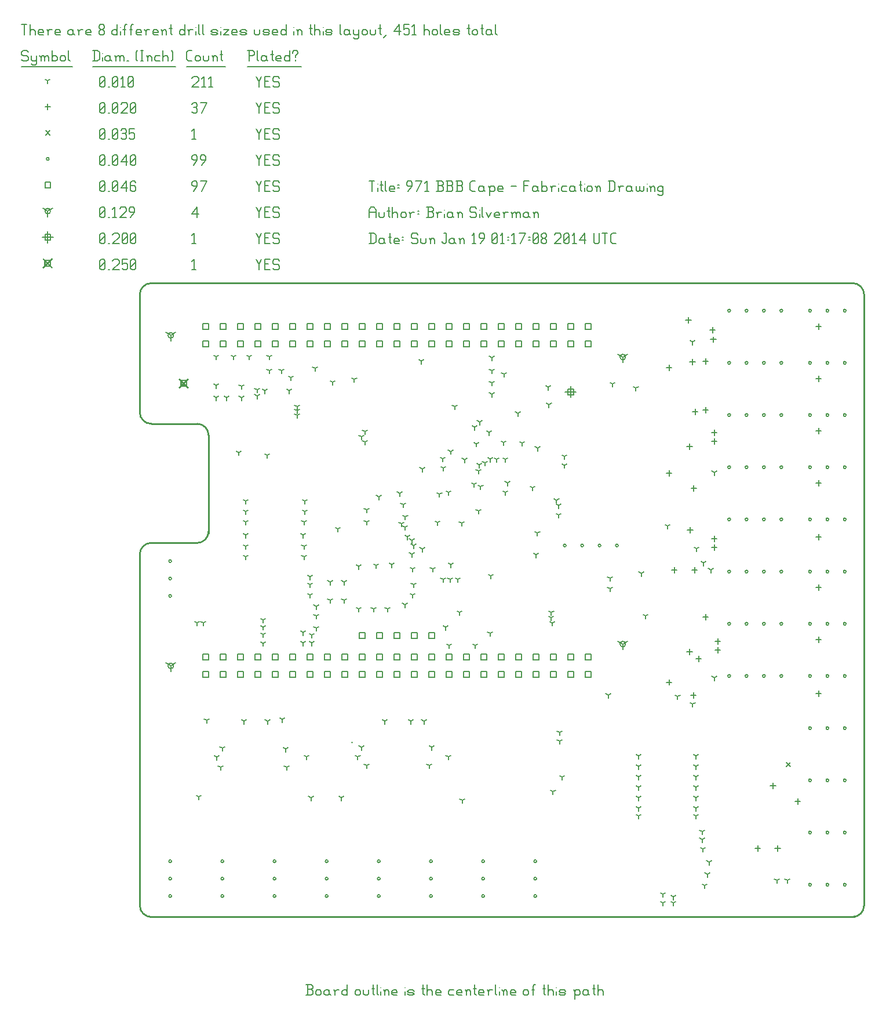
<source format=gbr>
G04 start of page 14 for group -3984 idx -3984 *
G04 Title: 971 BBB Cape, fab *
G04 Creator: pcb 20110918 *
G04 CreationDate: Sun Jan 19 01:17:08 2014 UTC *
G04 For: brians *
G04 Format: Gerber/RS-274X *
G04 PCB-Dimensions: 500000 400000 *
G04 PCB-Coordinate-Origin: lower left *
%MOIN*%
%FSLAX25Y25*%
%LNFAB*%
%ADD340C,0.0100*%
%ADD339C,0.0075*%
%ADD338C,0.0060*%
%ADD337R,0.0080X0.0080*%
%ADD336C,0.0001*%
G54D336*G36*
X90899Y345295D02*X96265Y339929D01*
X95699Y339363D01*
X90333Y344729D01*
X90899Y345295D01*
G37*
G36*
X90333Y339929D02*X95699Y345295D01*
X96265Y344729D01*
X90899Y339363D01*
X90333Y339929D01*
G37*
G54D337*X91699Y343929D02*X94899D01*
X91699D02*Y340729D01*
X94899D01*
Y343929D02*Y340729D01*
G54D336*G36*
X12600Y414216D02*X17966Y408850D01*
X17400Y408284D01*
X12034Y413650D01*
X12600Y414216D01*
G37*
G36*
X12034Y408850D02*X17400Y414216D01*
X17966Y413650D01*
X12600Y408284D01*
X12034Y408850D01*
G37*
G54D337*X13400Y412850D02*X16600D01*
X13400D02*Y409650D01*
X16600D01*
Y412850D02*Y409650D01*
G54D338*X135000Y413500D02*X136500Y410500D01*
X138000Y413500D01*
X136500Y410500D02*Y407500D01*
X139800Y410800D02*X142050D01*
X139800Y407500D02*X142800D01*
X139800Y413500D02*Y407500D01*
Y413500D02*X142800D01*
X147600D02*X148350Y412750D01*
X145350Y413500D02*X147600D01*
X144600Y412750D02*X145350Y413500D01*
X144600Y412750D02*Y411250D01*
X145350Y410500D01*
X147600D01*
X148350Y409750D01*
Y408250D01*
X147600Y407500D02*X148350Y408250D01*
X145350Y407500D02*X147600D01*
X144600Y408250D02*X145350Y407500D01*
X98000Y412300D02*X99200Y413500D01*
Y407500D01*
X98000D02*X100250D01*
X45000Y408250D02*X45750Y407500D01*
X45000Y412750D02*Y408250D01*
Y412750D02*X45750Y413500D01*
X47250D01*
X48000Y412750D01*
Y408250D01*
X47250Y407500D02*X48000Y408250D01*
X45750Y407500D02*X47250D01*
X45000Y409000D02*X48000Y412000D01*
X49800Y407500D02*X50550D01*
X52350Y412750D02*X53100Y413500D01*
X55350D01*
X56100Y412750D01*
Y411250D01*
X52350Y407500D02*X56100Y411250D01*
X52350Y407500D02*X56100D01*
X57900Y413500D02*X60900D01*
X57900D02*Y410500D01*
X58650Y411250D01*
X60150D01*
X60900Y410500D01*
Y408250D01*
X60150Y407500D02*X60900Y408250D01*
X58650Y407500D02*X60150D01*
X57900Y408250D02*X58650Y407500D01*
X62700Y408250D02*X63450Y407500D01*
X62700Y412750D02*Y408250D01*
Y412750D02*X63450Y413500D01*
X64950D01*
X65700Y412750D01*
Y408250D01*
X64950Y407500D02*X65700Y408250D01*
X63450Y407500D02*X64950D01*
X62700Y409000D02*X65700Y412000D01*
X315799Y340529D02*Y334129D01*
X312599Y337329D02*X318999D01*
X314199Y338929D02*X317399D01*
X314199D02*Y335729D01*
X317399D01*
Y338929D02*Y335729D01*
X15000Y429450D02*Y423050D01*
X11800Y426250D02*X18200D01*
X13400Y427850D02*X16600D01*
X13400D02*Y424650D01*
X16600D01*
Y427850D02*Y424650D01*
X135000Y428500D02*X136500Y425500D01*
X138000Y428500D01*
X136500Y425500D02*Y422500D01*
X139800Y425800D02*X142050D01*
X139800Y422500D02*X142800D01*
X139800Y428500D02*Y422500D01*
Y428500D02*X142800D01*
X147600D02*X148350Y427750D01*
X145350Y428500D02*X147600D01*
X144600Y427750D02*X145350Y428500D01*
X144600Y427750D02*Y426250D01*
X145350Y425500D01*
X147600D01*
X148350Y424750D01*
Y423250D01*
X147600Y422500D02*X148350Y423250D01*
X145350Y422500D02*X147600D01*
X144600Y423250D02*X145350Y422500D01*
X98000Y427300D02*X99200Y428500D01*
Y422500D01*
X98000D02*X100250D01*
X45000Y423250D02*X45750Y422500D01*
X45000Y427750D02*Y423250D01*
Y427750D02*X45750Y428500D01*
X47250D01*
X48000Y427750D01*
Y423250D01*
X47250Y422500D02*X48000Y423250D01*
X45750Y422500D02*X47250D01*
X45000Y424000D02*X48000Y427000D01*
X49800Y422500D02*X50550D01*
X52350Y427750D02*X53100Y428500D01*
X55350D01*
X56100Y427750D01*
Y426250D01*
X52350Y422500D02*X56100Y426250D01*
X52350Y422500D02*X56100D01*
X57900Y423250D02*X58650Y422500D01*
X57900Y427750D02*Y423250D01*
Y427750D02*X58650Y428500D01*
X60150D01*
X60900Y427750D01*
Y423250D01*
X60150Y422500D02*X60900Y423250D01*
X58650Y422500D02*X60150D01*
X57900Y424000D02*X60900Y427000D01*
X62700Y423250D02*X63450Y422500D01*
X62700Y427750D02*Y423250D01*
Y427750D02*X63450Y428500D01*
X64950D01*
X65700Y427750D01*
Y423250D01*
X64950Y422500D02*X65700Y423250D01*
X63450Y422500D02*X64950D01*
X62700Y424000D02*X65700Y427000D01*
X85799Y179829D02*Y176629D01*
Y179829D02*X88572Y181429D01*
X85799Y179829D02*X83026Y181429D01*
X84199Y179829D02*G75*G03X87399Y179829I1600J0D01*G01*
G75*G03X84199Y179829I-1600J0D01*G01*
X85799Y369829D02*Y366629D01*
Y369829D02*X88572Y371429D01*
X85799Y369829D02*X83026Y371429D01*
X84199Y369829D02*G75*G03X87399Y369829I1600J0D01*G01*
G75*G03X84199Y369829I-1600J0D01*G01*
X345799Y192329D02*Y189129D01*
Y192329D02*X348572Y193929D01*
X345799Y192329D02*X343026Y193929D01*
X344199Y192329D02*G75*G03X347399Y192329I1600J0D01*G01*
G75*G03X344199Y192329I-1600J0D01*G01*
X345799Y357329D02*Y354129D01*
Y357329D02*X348572Y358929D01*
X345799Y357329D02*X343026Y358929D01*
X344199Y357329D02*G75*G03X347399Y357329I1600J0D01*G01*
G75*G03X344199Y357329I-1600J0D01*G01*
X15000Y441250D02*Y438050D01*
Y441250D02*X17773Y442850D01*
X15000Y441250D02*X12227Y442850D01*
X13400Y441250D02*G75*G03X16600Y441250I1600J0D01*G01*
G75*G03X13400Y441250I-1600J0D01*G01*
X135000Y443500D02*X136500Y440500D01*
X138000Y443500D01*
X136500Y440500D02*Y437500D01*
X139800Y440800D02*X142050D01*
X139800Y437500D02*X142800D01*
X139800Y443500D02*Y437500D01*
Y443500D02*X142800D01*
X147600D02*X148350Y442750D01*
X145350Y443500D02*X147600D01*
X144600Y442750D02*X145350Y443500D01*
X144600Y442750D02*Y441250D01*
X145350Y440500D01*
X147600D01*
X148350Y439750D01*
Y438250D01*
X147600Y437500D02*X148350Y438250D01*
X145350Y437500D02*X147600D01*
X144600Y438250D02*X145350Y437500D01*
X98000Y439750D02*X101000Y443500D01*
X98000Y439750D02*X101750D01*
X101000Y443500D02*Y437500D01*
X45000Y438250D02*X45750Y437500D01*
X45000Y442750D02*Y438250D01*
Y442750D02*X45750Y443500D01*
X47250D01*
X48000Y442750D01*
Y438250D01*
X47250Y437500D02*X48000Y438250D01*
X45750Y437500D02*X47250D01*
X45000Y439000D02*X48000Y442000D01*
X49800Y437500D02*X50550D01*
X52350Y442300D02*X53550Y443500D01*
Y437500D01*
X52350D02*X54600D01*
X56400Y442750D02*X57150Y443500D01*
X59400D01*
X60150Y442750D01*
Y441250D01*
X56400Y437500D02*X60150Y441250D01*
X56400Y437500D02*X60150D01*
X62700D02*X64950Y440500D01*
Y442750D02*Y440500D01*
X64200Y443500D02*X64950Y442750D01*
X62700Y443500D02*X64200D01*
X61950Y442750D02*X62700Y443500D01*
X61950Y442750D02*Y441250D01*
X62700Y440500D01*
X64950D01*
X104199Y186429D02*X107399D01*
X104199D02*Y183229D01*
X107399D01*
Y186429D02*Y183229D01*
X104199Y176429D02*X107399D01*
X104199D02*Y173229D01*
X107399D01*
Y176429D02*Y173229D01*
X114199Y186429D02*X117399D01*
X114199D02*Y183229D01*
X117399D01*
Y186429D02*Y183229D01*
X114199Y176429D02*X117399D01*
X114199D02*Y173229D01*
X117399D01*
Y176429D02*Y173229D01*
X124199Y186429D02*X127399D01*
X124199D02*Y183229D01*
X127399D01*
Y186429D02*Y183229D01*
X124199Y176429D02*X127399D01*
X124199D02*Y173229D01*
X127399D01*
Y176429D02*Y173229D01*
X134199Y186429D02*X137399D01*
X134199D02*Y183229D01*
X137399D01*
Y186429D02*Y183229D01*
X134199Y176429D02*X137399D01*
X134199D02*Y173229D01*
X137399D01*
Y176429D02*Y173229D01*
X144199Y186429D02*X147399D01*
X144199D02*Y183229D01*
X147399D01*
Y186429D02*Y183229D01*
X144199Y176429D02*X147399D01*
X144199D02*Y173229D01*
X147399D01*
Y176429D02*Y173229D01*
X154199Y186429D02*X157399D01*
X154199D02*Y183229D01*
X157399D01*
Y186429D02*Y183229D01*
X154199Y176429D02*X157399D01*
X154199D02*Y173229D01*
X157399D01*
Y176429D02*Y173229D01*
X164199Y186429D02*X167399D01*
X164199D02*Y183229D01*
X167399D01*
Y186429D02*Y183229D01*
X164199Y176429D02*X167399D01*
X164199D02*Y173229D01*
X167399D01*
Y176429D02*Y173229D01*
X174199Y186429D02*X177399D01*
X174199D02*Y183229D01*
X177399D01*
Y186429D02*Y183229D01*
X174199Y176429D02*X177399D01*
X174199D02*Y173229D01*
X177399D01*
Y176429D02*Y173229D01*
X184199Y186429D02*X187399D01*
X184199D02*Y183229D01*
X187399D01*
Y186429D02*Y183229D01*
X184199Y176429D02*X187399D01*
X184199D02*Y173229D01*
X187399D01*
Y176429D02*Y173229D01*
X194199Y186429D02*X197399D01*
X194199D02*Y183229D01*
X197399D01*
Y186429D02*Y183229D01*
X194199Y176429D02*X197399D01*
X194199D02*Y173229D01*
X197399D01*
Y176429D02*Y173229D01*
X204199Y186429D02*X207399D01*
X204199D02*Y183229D01*
X207399D01*
Y186429D02*Y183229D01*
X204199Y176429D02*X207399D01*
X204199D02*Y173229D01*
X207399D01*
Y176429D02*Y173229D01*
X214199Y186429D02*X217399D01*
X214199D02*Y183229D01*
X217399D01*
Y186429D02*Y183229D01*
X214199Y176429D02*X217399D01*
X214199D02*Y173229D01*
X217399D01*
Y176429D02*Y173229D01*
X224199Y186429D02*X227399D01*
X224199D02*Y183229D01*
X227399D01*
Y186429D02*Y183229D01*
X224199Y176429D02*X227399D01*
X224199D02*Y173229D01*
X227399D01*
Y176429D02*Y173229D01*
X234199Y186429D02*X237399D01*
X234199D02*Y183229D01*
X237399D01*
Y186429D02*Y183229D01*
X234199Y176429D02*X237399D01*
X234199D02*Y173229D01*
X237399D01*
Y176429D02*Y173229D01*
X244199Y186429D02*X247399D01*
X244199D02*Y183229D01*
X247399D01*
Y186429D02*Y183229D01*
X244199Y176429D02*X247399D01*
X244199D02*Y173229D01*
X247399D01*
Y176429D02*Y173229D01*
X254199Y186429D02*X257399D01*
X254199D02*Y183229D01*
X257399D01*
Y186429D02*Y183229D01*
X254199Y176429D02*X257399D01*
X254199D02*Y173229D01*
X257399D01*
Y176429D02*Y173229D01*
X264199Y186429D02*X267399D01*
X264199D02*Y183229D01*
X267399D01*
Y186429D02*Y183229D01*
X264199Y176429D02*X267399D01*
X264199D02*Y173229D01*
X267399D01*
Y176429D02*Y173229D01*
X274199Y186429D02*X277399D01*
X274199D02*Y183229D01*
X277399D01*
Y186429D02*Y183229D01*
X274199Y176429D02*X277399D01*
X274199D02*Y173229D01*
X277399D01*
Y176429D02*Y173229D01*
X284199Y186429D02*X287399D01*
X284199D02*Y183229D01*
X287399D01*
Y186429D02*Y183229D01*
X284199Y176429D02*X287399D01*
X284199D02*Y173229D01*
X287399D01*
Y176429D02*Y173229D01*
X294199Y186429D02*X297399D01*
X294199D02*Y183229D01*
X297399D01*
Y186429D02*Y183229D01*
X294199Y176429D02*X297399D01*
X294199D02*Y173229D01*
X297399D01*
Y176429D02*Y173229D01*
X304199Y186429D02*X307399D01*
X304199D02*Y183229D01*
X307399D01*
Y186429D02*Y183229D01*
X304199Y176429D02*X307399D01*
X304199D02*Y173229D01*
X307399D01*
Y176429D02*Y173229D01*
X314199Y186429D02*X317399D01*
X314199D02*Y183229D01*
X317399D01*
Y186429D02*Y183229D01*
X314199Y176429D02*X317399D01*
X314199D02*Y173229D01*
X317399D01*
Y176429D02*Y173229D01*
X324199Y186429D02*X327399D01*
X324199D02*Y183229D01*
X327399D01*
Y186429D02*Y183229D01*
X324199Y176429D02*X327399D01*
X324199D02*Y173229D01*
X327399D01*
Y176429D02*Y173229D01*
X104199Y376429D02*X107399D01*
X104199D02*Y373229D01*
X107399D01*
Y376429D02*Y373229D01*
X104199Y366429D02*X107399D01*
X104199D02*Y363229D01*
X107399D01*
Y366429D02*Y363229D01*
X114199Y376429D02*X117399D01*
X114199D02*Y373229D01*
X117399D01*
Y376429D02*Y373229D01*
X114199Y366429D02*X117399D01*
X114199D02*Y363229D01*
X117399D01*
Y366429D02*Y363229D01*
X124199Y376429D02*X127399D01*
X124199D02*Y373229D01*
X127399D01*
Y376429D02*Y373229D01*
X124199Y366429D02*X127399D01*
X124199D02*Y363229D01*
X127399D01*
Y366429D02*Y363229D01*
X134199Y376429D02*X137399D01*
X134199D02*Y373229D01*
X137399D01*
Y376429D02*Y373229D01*
X134199Y366429D02*X137399D01*
X134199D02*Y363229D01*
X137399D01*
Y366429D02*Y363229D01*
X144199Y376429D02*X147399D01*
X144199D02*Y373229D01*
X147399D01*
Y376429D02*Y373229D01*
X144199Y366429D02*X147399D01*
X144199D02*Y363229D01*
X147399D01*
Y366429D02*Y363229D01*
X154199Y376429D02*X157399D01*
X154199D02*Y373229D01*
X157399D01*
Y376429D02*Y373229D01*
X154199Y366429D02*X157399D01*
X154199D02*Y363229D01*
X157399D01*
Y366429D02*Y363229D01*
X164199Y376429D02*X167399D01*
X164199D02*Y373229D01*
X167399D01*
Y376429D02*Y373229D01*
X164199Y366429D02*X167399D01*
X164199D02*Y363229D01*
X167399D01*
Y366429D02*Y363229D01*
X174199Y376429D02*X177399D01*
X174199D02*Y373229D01*
X177399D01*
Y376429D02*Y373229D01*
X174199Y366429D02*X177399D01*
X174199D02*Y363229D01*
X177399D01*
Y366429D02*Y363229D01*
X184199Y376429D02*X187399D01*
X184199D02*Y373229D01*
X187399D01*
Y376429D02*Y373229D01*
X184199Y366429D02*X187399D01*
X184199D02*Y363229D01*
X187399D01*
Y366429D02*Y363229D01*
X194199Y376429D02*X197399D01*
X194199D02*Y373229D01*
X197399D01*
Y376429D02*Y373229D01*
X194199Y366429D02*X197399D01*
X194199D02*Y363229D01*
X197399D01*
Y366429D02*Y363229D01*
X204199Y376429D02*X207399D01*
X204199D02*Y373229D01*
X207399D01*
Y376429D02*Y373229D01*
X204199Y366429D02*X207399D01*
X204199D02*Y363229D01*
X207399D01*
Y366429D02*Y363229D01*
X214199Y376429D02*X217399D01*
X214199D02*Y373229D01*
X217399D01*
Y376429D02*Y373229D01*
X214199Y366429D02*X217399D01*
X214199D02*Y363229D01*
X217399D01*
Y366429D02*Y363229D01*
X224199Y376429D02*X227399D01*
X224199D02*Y373229D01*
X227399D01*
Y376429D02*Y373229D01*
X224199Y366429D02*X227399D01*
X224199D02*Y363229D01*
X227399D01*
Y366429D02*Y363229D01*
X234199Y376429D02*X237399D01*
X234199D02*Y373229D01*
X237399D01*
Y376429D02*Y373229D01*
X234199Y366429D02*X237399D01*
X234199D02*Y363229D01*
X237399D01*
Y366429D02*Y363229D01*
X244199Y376429D02*X247399D01*
X244199D02*Y373229D01*
X247399D01*
Y376429D02*Y373229D01*
X244199Y366429D02*X247399D01*
X244199D02*Y363229D01*
X247399D01*
Y366429D02*Y363229D01*
X254199Y376429D02*X257399D01*
X254199D02*Y373229D01*
X257399D01*
Y376429D02*Y373229D01*
X254199Y366429D02*X257399D01*
X254199D02*Y363229D01*
X257399D01*
Y366429D02*Y363229D01*
X264199Y376429D02*X267399D01*
X264199D02*Y373229D01*
X267399D01*
Y376429D02*Y373229D01*
X264199Y366429D02*X267399D01*
X264199D02*Y363229D01*
X267399D01*
Y366429D02*Y363229D01*
X274199Y376429D02*X277399D01*
X274199D02*Y373229D01*
X277399D01*
Y376429D02*Y373229D01*
X274199Y366429D02*X277399D01*
X274199D02*Y363229D01*
X277399D01*
Y366429D02*Y363229D01*
X284199Y376429D02*X287399D01*
X284199D02*Y373229D01*
X287399D01*
Y376429D02*Y373229D01*
X284199Y366429D02*X287399D01*
X284199D02*Y363229D01*
X287399D01*
Y366429D02*Y363229D01*
X294199Y376429D02*X297399D01*
X294199D02*Y373229D01*
X297399D01*
Y376429D02*Y373229D01*
X294199Y366429D02*X297399D01*
X294199D02*Y363229D01*
X297399D01*
Y366429D02*Y363229D01*
X304199Y376429D02*X307399D01*
X304199D02*Y373229D01*
X307399D01*
Y376429D02*Y373229D01*
X304199Y366429D02*X307399D01*
X304199D02*Y363229D01*
X307399D01*
Y366429D02*Y363229D01*
X314199Y376429D02*X317399D01*
X314199D02*Y373229D01*
X317399D01*
Y376429D02*Y373229D01*
X314199Y366429D02*X317399D01*
X314199D02*Y363229D01*
X317399D01*
Y366429D02*Y363229D01*
X324199Y376429D02*X327399D01*
X324199D02*Y373229D01*
X327399D01*
Y376429D02*Y373229D01*
X324199Y366429D02*X327399D01*
X324199D02*Y363229D01*
X327399D01*
Y366429D02*Y363229D01*
X194199Y198929D02*X197399D01*
X194199D02*Y195729D01*
X197399D01*
Y198929D02*Y195729D01*
X204199Y198929D02*X207399D01*
X204199D02*Y195729D01*
X207399D01*
Y198929D02*Y195729D01*
X214199Y198929D02*X217399D01*
X214199D02*Y195729D01*
X217399D01*
Y198929D02*Y195729D01*
X224199Y198929D02*X227399D01*
X224199D02*Y195729D01*
X227399D01*
Y198929D02*Y195729D01*
X234199Y198929D02*X237399D01*
X234199D02*Y195729D01*
X237399D01*
Y198929D02*Y195729D01*
X13400Y457850D02*X16600D01*
X13400D02*Y454650D01*
X16600D01*
Y457850D02*Y454650D01*
X135000Y458500D02*X136500Y455500D01*
X138000Y458500D01*
X136500Y455500D02*Y452500D01*
X139800Y455800D02*X142050D01*
X139800Y452500D02*X142800D01*
X139800Y458500D02*Y452500D01*
Y458500D02*X142800D01*
X147600D02*X148350Y457750D01*
X145350Y458500D02*X147600D01*
X144600Y457750D02*X145350Y458500D01*
X144600Y457750D02*Y456250D01*
X145350Y455500D01*
X147600D01*
X148350Y454750D01*
Y453250D01*
X147600Y452500D02*X148350Y453250D01*
X145350Y452500D02*X147600D01*
X144600Y453250D02*X145350Y452500D01*
X98750D02*X101000Y455500D01*
Y457750D02*Y455500D01*
X100250Y458500D02*X101000Y457750D01*
X98750Y458500D02*X100250D01*
X98000Y457750D02*X98750Y458500D01*
X98000Y457750D02*Y456250D01*
X98750Y455500D01*
X101000D01*
X103550Y452500D02*X106550Y458500D01*
X102800D02*X106550D01*
X45000Y453250D02*X45750Y452500D01*
X45000Y457750D02*Y453250D01*
Y457750D02*X45750Y458500D01*
X47250D01*
X48000Y457750D01*
Y453250D01*
X47250Y452500D02*X48000Y453250D01*
X45750Y452500D02*X47250D01*
X45000Y454000D02*X48000Y457000D01*
X49800Y452500D02*X50550D01*
X52350Y453250D02*X53100Y452500D01*
X52350Y457750D02*Y453250D01*
Y457750D02*X53100Y458500D01*
X54600D01*
X55350Y457750D01*
Y453250D01*
X54600Y452500D02*X55350Y453250D01*
X53100Y452500D02*X54600D01*
X52350Y454000D02*X55350Y457000D01*
X57150Y454750D02*X60150Y458500D01*
X57150Y454750D02*X60900D01*
X60150Y458500D02*Y452500D01*
X64950Y458500D02*X65700Y457750D01*
X63450Y458500D02*X64950D01*
X62700Y457750D02*X63450Y458500D01*
X62700Y457750D02*Y453250D01*
X63450Y452500D01*
X64950Y455800D02*X65700Y455050D01*
X62700Y455800D02*X64950D01*
X63450Y452500D02*X64950D01*
X65700Y453250D01*
Y455050D02*Y453250D01*
X452700Y384000D02*G75*G03X454300Y384000I800J0D01*G01*
G75*G03X452700Y384000I-800J0D01*G01*
X462700D02*G75*G03X464300Y384000I800J0D01*G01*
G75*G03X462700Y384000I-800J0D01*G01*
X472700D02*G75*G03X474300Y384000I800J0D01*G01*
G75*G03X472700Y384000I-800J0D01*G01*
X452700Y324000D02*G75*G03X454300Y324000I800J0D01*G01*
G75*G03X452700Y324000I-800J0D01*G01*
X462700D02*G75*G03X464300Y324000I800J0D01*G01*
G75*G03X462700Y324000I-800J0D01*G01*
X472700D02*G75*G03X474300Y324000I800J0D01*G01*
G75*G03X472700Y324000I-800J0D01*G01*
X452700Y294000D02*G75*G03X454300Y294000I800J0D01*G01*
G75*G03X452700Y294000I-800J0D01*G01*
X462700D02*G75*G03X464300Y294000I800J0D01*G01*
G75*G03X462700Y294000I-800J0D01*G01*
X472700D02*G75*G03X474300Y294000I800J0D01*G01*
G75*G03X472700Y294000I-800J0D01*G01*
X452700Y264000D02*G75*G03X454300Y264000I800J0D01*G01*
G75*G03X452700Y264000I-800J0D01*G01*
X462700D02*G75*G03X464300Y264000I800J0D01*G01*
G75*G03X462700Y264000I-800J0D01*G01*
X472700D02*G75*G03X474300Y264000I800J0D01*G01*
G75*G03X472700Y264000I-800J0D01*G01*
X452700Y234000D02*G75*G03X454300Y234000I800J0D01*G01*
G75*G03X452700Y234000I-800J0D01*G01*
X462700D02*G75*G03X464300Y234000I800J0D01*G01*
G75*G03X462700Y234000I-800J0D01*G01*
X472700D02*G75*G03X474300Y234000I800J0D01*G01*
G75*G03X472700Y234000I-800J0D01*G01*
X452700Y204000D02*G75*G03X454300Y204000I800J0D01*G01*
G75*G03X452700Y204000I-800J0D01*G01*
X462700D02*G75*G03X464300Y204000I800J0D01*G01*
G75*G03X462700Y204000I-800J0D01*G01*
X472700D02*G75*G03X474300Y204000I800J0D01*G01*
G75*G03X472700Y204000I-800J0D01*G01*
X452700Y174000D02*G75*G03X454300Y174000I800J0D01*G01*
G75*G03X452700Y174000I-800J0D01*G01*
X462700D02*G75*G03X464300Y174000I800J0D01*G01*
G75*G03X462700Y174000I-800J0D01*G01*
X472700D02*G75*G03X474300Y174000I800J0D01*G01*
G75*G03X472700Y174000I-800J0D01*G01*
X452700Y144000D02*G75*G03X454300Y144000I800J0D01*G01*
G75*G03X452700Y144000I-800J0D01*G01*
X462700D02*G75*G03X464300Y144000I800J0D01*G01*
G75*G03X462700Y144000I-800J0D01*G01*
X472700D02*G75*G03X474300Y144000I800J0D01*G01*
G75*G03X472700Y144000I-800J0D01*G01*
X452700Y114000D02*G75*G03X454300Y114000I800J0D01*G01*
G75*G03X452700Y114000I-800J0D01*G01*
X462700D02*G75*G03X464300Y114000I800J0D01*G01*
G75*G03X462700Y114000I-800J0D01*G01*
X472700D02*G75*G03X474300Y114000I800J0D01*G01*
G75*G03X472700Y114000I-800J0D01*G01*
X452700Y84000D02*G75*G03X454300Y84000I800J0D01*G01*
G75*G03X452700Y84000I-800J0D01*G01*
X462700D02*G75*G03X464300Y84000I800J0D01*G01*
G75*G03X462700Y84000I-800J0D01*G01*
X472700D02*G75*G03X474300Y84000I800J0D01*G01*
G75*G03X472700Y84000I-800J0D01*G01*
X452700Y54000D02*G75*G03X454300Y54000I800J0D01*G01*
G75*G03X452700Y54000I-800J0D01*G01*
X462700D02*G75*G03X464300Y54000I800J0D01*G01*
G75*G03X462700Y54000I-800J0D01*G01*
X472700D02*G75*G03X474300Y54000I800J0D01*G01*
G75*G03X472700Y54000I-800J0D01*G01*
X406200Y384000D02*G75*G03X407800Y384000I800J0D01*G01*
G75*G03X406200Y384000I-800J0D01*G01*
X416200D02*G75*G03X417800Y384000I800J0D01*G01*
G75*G03X416200Y384000I-800J0D01*G01*
X426200D02*G75*G03X427800Y384000I800J0D01*G01*
G75*G03X426200Y384000I-800J0D01*G01*
X436200D02*G75*G03X437800Y384000I800J0D01*G01*
G75*G03X436200Y384000I-800J0D01*G01*
X406200Y174000D02*G75*G03X407800Y174000I800J0D01*G01*
G75*G03X406200Y174000I-800J0D01*G01*
X416200D02*G75*G03X417800Y174000I800J0D01*G01*
G75*G03X416200Y174000I-800J0D01*G01*
X426200D02*G75*G03X427800Y174000I800J0D01*G01*
G75*G03X426200Y174000I-800J0D01*G01*
X436200D02*G75*G03X437800Y174000I800J0D01*G01*
G75*G03X436200Y174000I-800J0D01*G01*
X406200Y204000D02*G75*G03X407800Y204000I800J0D01*G01*
G75*G03X406200Y204000I-800J0D01*G01*
X416200D02*G75*G03X417800Y204000I800J0D01*G01*
G75*G03X416200Y204000I-800J0D01*G01*
X426200D02*G75*G03X427800Y204000I800J0D01*G01*
G75*G03X426200Y204000I-800J0D01*G01*
X436200D02*G75*G03X437800Y204000I800J0D01*G01*
G75*G03X436200Y204000I-800J0D01*G01*
X406200Y234000D02*G75*G03X407800Y234000I800J0D01*G01*
G75*G03X406200Y234000I-800J0D01*G01*
X416200D02*G75*G03X417800Y234000I800J0D01*G01*
G75*G03X416200Y234000I-800J0D01*G01*
X426200D02*G75*G03X427800Y234000I800J0D01*G01*
G75*G03X426200Y234000I-800J0D01*G01*
X436200D02*G75*G03X437800Y234000I800J0D01*G01*
G75*G03X436200Y234000I-800J0D01*G01*
X406200Y264000D02*G75*G03X407800Y264000I800J0D01*G01*
G75*G03X406200Y264000I-800J0D01*G01*
X416200D02*G75*G03X417800Y264000I800J0D01*G01*
G75*G03X416200Y264000I-800J0D01*G01*
X426200D02*G75*G03X427800Y264000I800J0D01*G01*
G75*G03X426200Y264000I-800J0D01*G01*
X436200D02*G75*G03X437800Y264000I800J0D01*G01*
G75*G03X436200Y264000I-800J0D01*G01*
X406200Y294000D02*G75*G03X407800Y294000I800J0D01*G01*
G75*G03X406200Y294000I-800J0D01*G01*
X416200D02*G75*G03X417800Y294000I800J0D01*G01*
G75*G03X416200Y294000I-800J0D01*G01*
X426200D02*G75*G03X427800Y294000I800J0D01*G01*
G75*G03X426200Y294000I-800J0D01*G01*
X436200D02*G75*G03X437800Y294000I800J0D01*G01*
G75*G03X436200Y294000I-800J0D01*G01*
X406200Y324000D02*G75*G03X407800Y324000I800J0D01*G01*
G75*G03X406200Y324000I-800J0D01*G01*
X416200D02*G75*G03X417800Y324000I800J0D01*G01*
G75*G03X416200Y324000I-800J0D01*G01*
X426200D02*G75*G03X427800Y324000I800J0D01*G01*
G75*G03X426200Y324000I-800J0D01*G01*
X436200D02*G75*G03X437800Y324000I800J0D01*G01*
G75*G03X436200Y324000I-800J0D01*G01*
X452700Y354000D02*G75*G03X454300Y354000I800J0D01*G01*
G75*G03X452700Y354000I-800J0D01*G01*
X462700D02*G75*G03X464300Y354000I800J0D01*G01*
G75*G03X462700Y354000I-800J0D01*G01*
X472700D02*G75*G03X474300Y354000I800J0D01*G01*
G75*G03X472700Y354000I-800J0D01*G01*
X406200D02*G75*G03X407800Y354000I800J0D01*G01*
G75*G03X406200Y354000I-800J0D01*G01*
X416200D02*G75*G03X417800Y354000I800J0D01*G01*
G75*G03X416200Y354000I-800J0D01*G01*
X426200D02*G75*G03X427800Y354000I800J0D01*G01*
G75*G03X426200Y354000I-800J0D01*G01*
X436200D02*G75*G03X437800Y354000I800J0D01*G01*
G75*G03X436200Y354000I-800J0D01*G01*
X204641Y47500D02*G75*G03X206241Y47500I800J0D01*G01*
G75*G03X204641Y47500I-800J0D01*G01*
Y57500D02*G75*G03X206241Y57500I800J0D01*G01*
G75*G03X204641Y57500I-800J0D01*G01*
Y67500D02*G75*G03X206241Y67500I800J0D01*G01*
G75*G03X204641Y67500I-800J0D01*G01*
X234641Y47500D02*G75*G03X236241Y47500I800J0D01*G01*
G75*G03X234641Y47500I-800J0D01*G01*
Y57500D02*G75*G03X236241Y57500I800J0D01*G01*
G75*G03X234641Y57500I-800J0D01*G01*
Y67500D02*G75*G03X236241Y67500I800J0D01*G01*
G75*G03X234641Y67500I-800J0D01*G01*
X264641Y47500D02*G75*G03X266241Y47500I800J0D01*G01*
G75*G03X264641Y47500I-800J0D01*G01*
Y57500D02*G75*G03X266241Y57500I800J0D01*G01*
G75*G03X264641Y57500I-800J0D01*G01*
Y67500D02*G75*G03X266241Y67500I800J0D01*G01*
G75*G03X264641Y67500I-800J0D01*G01*
X294641Y47500D02*G75*G03X296241Y47500I800J0D01*G01*
G75*G03X294641Y47500I-800J0D01*G01*
Y57500D02*G75*G03X296241Y57500I800J0D01*G01*
G75*G03X294641Y57500I-800J0D01*G01*
Y67500D02*G75*G03X296241Y67500I800J0D01*G01*
G75*G03X294641Y67500I-800J0D01*G01*
X174641Y47500D02*G75*G03X176241Y47500I800J0D01*G01*
G75*G03X174641Y47500I-800J0D01*G01*
Y57500D02*G75*G03X176241Y57500I800J0D01*G01*
G75*G03X174641Y57500I-800J0D01*G01*
Y67500D02*G75*G03X176241Y67500I800J0D01*G01*
G75*G03X174641Y67500I-800J0D01*G01*
X144641Y47500D02*G75*G03X146241Y47500I800J0D01*G01*
G75*G03X144641Y47500I-800J0D01*G01*
Y57500D02*G75*G03X146241Y57500I800J0D01*G01*
G75*G03X144641Y57500I-800J0D01*G01*
Y67500D02*G75*G03X146241Y67500I800J0D01*G01*
G75*G03X144641Y67500I-800J0D01*G01*
X114641Y47500D02*G75*G03X116241Y47500I800J0D01*G01*
G75*G03X114641Y47500I-800J0D01*G01*
Y57500D02*G75*G03X116241Y57500I800J0D01*G01*
G75*G03X114641Y57500I-800J0D01*G01*
Y67500D02*G75*G03X116241Y67500I800J0D01*G01*
G75*G03X114641Y67500I-800J0D01*G01*
X84641Y47500D02*G75*G03X86241Y47500I800J0D01*G01*
G75*G03X84641Y47500I-800J0D01*G01*
Y57500D02*G75*G03X86241Y57500I800J0D01*G01*
G75*G03X84641Y57500I-800J0D01*G01*
Y67500D02*G75*G03X86241Y67500I800J0D01*G01*
G75*G03X84641Y67500I-800J0D01*G01*
X311641Y249000D02*G75*G03X313241Y249000I800J0D01*G01*
G75*G03X311641Y249000I-800J0D01*G01*
X321641D02*G75*G03X323241Y249000I800J0D01*G01*
G75*G03X321641Y249000I-800J0D01*G01*
X331641D02*G75*G03X333241Y249000I800J0D01*G01*
G75*G03X331641Y249000I-800J0D01*G01*
X341641D02*G75*G03X343241Y249000I800J0D01*G01*
G75*G03X341641Y249000I-800J0D01*G01*
X84641Y240000D02*G75*G03X86241Y240000I800J0D01*G01*
G75*G03X84641Y240000I-800J0D01*G01*
Y230000D02*G75*G03X86241Y230000I800J0D01*G01*
G75*G03X84641Y230000I-800J0D01*G01*
Y220000D02*G75*G03X86241Y220000I800J0D01*G01*
G75*G03X84641Y220000I-800J0D01*G01*
X14200Y471250D02*G75*G03X15800Y471250I800J0D01*G01*
G75*G03X14200Y471250I-800J0D01*G01*
X135000Y473500D02*X136500Y470500D01*
X138000Y473500D01*
X136500Y470500D02*Y467500D01*
X139800Y470800D02*X142050D01*
X139800Y467500D02*X142800D01*
X139800Y473500D02*Y467500D01*
Y473500D02*X142800D01*
X147600D02*X148350Y472750D01*
X145350Y473500D02*X147600D01*
X144600Y472750D02*X145350Y473500D01*
X144600Y472750D02*Y471250D01*
X145350Y470500D01*
X147600D01*
X148350Y469750D01*
Y468250D01*
X147600Y467500D02*X148350Y468250D01*
X145350Y467500D02*X147600D01*
X144600Y468250D02*X145350Y467500D01*
X98750D02*X101000Y470500D01*
Y472750D02*Y470500D01*
X100250Y473500D02*X101000Y472750D01*
X98750Y473500D02*X100250D01*
X98000Y472750D02*X98750Y473500D01*
X98000Y472750D02*Y471250D01*
X98750Y470500D01*
X101000D01*
X103550Y467500D02*X105800Y470500D01*
Y472750D02*Y470500D01*
X105050Y473500D02*X105800Y472750D01*
X103550Y473500D02*X105050D01*
X102800Y472750D02*X103550Y473500D01*
X102800Y472750D02*Y471250D01*
X103550Y470500D01*
X105800D01*
X45000Y468250D02*X45750Y467500D01*
X45000Y472750D02*Y468250D01*
Y472750D02*X45750Y473500D01*
X47250D01*
X48000Y472750D01*
Y468250D01*
X47250Y467500D02*X48000Y468250D01*
X45750Y467500D02*X47250D01*
X45000Y469000D02*X48000Y472000D01*
X49800Y467500D02*X50550D01*
X52350Y468250D02*X53100Y467500D01*
X52350Y472750D02*Y468250D01*
Y472750D02*X53100Y473500D01*
X54600D01*
X55350Y472750D01*
Y468250D01*
X54600Y467500D02*X55350Y468250D01*
X53100Y467500D02*X54600D01*
X52350Y469000D02*X55350Y472000D01*
X57150Y469750D02*X60150Y473500D01*
X57150Y469750D02*X60900D01*
X60150Y473500D02*Y467500D01*
X62700Y468250D02*X63450Y467500D01*
X62700Y472750D02*Y468250D01*
Y472750D02*X63450Y473500D01*
X64950D01*
X65700Y472750D01*
Y468250D01*
X64950Y467500D02*X65700Y468250D01*
X63450Y467500D02*X64950D01*
X62700Y469000D02*X65700Y472000D01*
X439741Y124200D02*X442141Y121800D01*
X439741D02*X442141Y124200D01*
X13800Y487450D02*X16200Y485050D01*
X13800D02*X16200Y487450D01*
X135000Y488500D02*X136500Y485500D01*
X138000Y488500D01*
X136500Y485500D02*Y482500D01*
X139800Y485800D02*X142050D01*
X139800Y482500D02*X142800D01*
X139800Y488500D02*Y482500D01*
Y488500D02*X142800D01*
X147600D02*X148350Y487750D01*
X145350Y488500D02*X147600D01*
X144600Y487750D02*X145350Y488500D01*
X144600Y487750D02*Y486250D01*
X145350Y485500D01*
X147600D01*
X148350Y484750D01*
Y483250D01*
X147600Y482500D02*X148350Y483250D01*
X145350Y482500D02*X147600D01*
X144600Y483250D02*X145350Y482500D01*
X98000Y487300D02*X99200Y488500D01*
Y482500D01*
X98000D02*X100250D01*
X45000Y483250D02*X45750Y482500D01*
X45000Y487750D02*Y483250D01*
Y487750D02*X45750Y488500D01*
X47250D01*
X48000Y487750D01*
Y483250D01*
X47250Y482500D02*X48000Y483250D01*
X45750Y482500D02*X47250D01*
X45000Y484000D02*X48000Y487000D01*
X49800Y482500D02*X50550D01*
X52350Y483250D02*X53100Y482500D01*
X52350Y487750D02*Y483250D01*
Y487750D02*X53100Y488500D01*
X54600D01*
X55350Y487750D01*
Y483250D01*
X54600Y482500D02*X55350Y483250D01*
X53100Y482500D02*X54600D01*
X52350Y484000D02*X55350Y487000D01*
X57150Y487750D02*X57900Y488500D01*
X59400D01*
X60150Y487750D01*
X59400Y482500D02*X60150Y483250D01*
X57900Y482500D02*X59400D01*
X57150Y483250D02*X57900Y482500D01*
Y485800D02*X59400D01*
X60150Y487750D02*Y486550D01*
Y485050D02*Y483250D01*
Y485050D02*X59400Y485800D01*
X60150Y486550D02*X59400Y485800D01*
X61950Y488500D02*X64950D01*
X61950D02*Y485500D01*
X62700Y486250D01*
X64200D01*
X64950Y485500D01*
Y483250D01*
X64200Y482500D02*X64950Y483250D01*
X62700Y482500D02*X64200D01*
X61950Y483250D02*X62700Y482500D01*
X432324Y112600D02*Y109400D01*
X430724Y111000D02*X433924D01*
X386441Y164600D02*Y161400D01*
X384841Y163000D02*X388041D01*
X387441Y327600D02*Y324400D01*
X385841Y326000D02*X389041D01*
X393441Y356600D02*Y353400D01*
X391841Y355000D02*X395041D01*
X386720Y283600D02*Y280400D01*
X385120Y282000D02*X388320D01*
X400441Y195600D02*Y192400D01*
X398841Y194000D02*X402041D01*
X389441Y185600D02*Y182400D01*
X387841Y184000D02*X391041D01*
X400441Y190600D02*Y187400D01*
X398841Y189000D02*X402041D01*
X393441Y209600D02*Y206400D01*
X391841Y208000D02*X395041D01*
X393441Y328600D02*Y325400D01*
X391841Y327000D02*X395041D01*
X385941Y356100D02*Y352900D01*
X384341Y354500D02*X387541D01*
X375441Y236600D02*Y233400D01*
X373841Y235000D02*X377041D01*
X384162Y189600D02*Y186400D01*
X382562Y188000D02*X385762D01*
X387070Y236600D02*Y233400D01*
X385470Y235000D02*X388670D01*
X384162Y307600D02*Y304400D01*
X382562Y306000D02*X385762D01*
X458441Y376600D02*Y373400D01*
X456841Y375000D02*X460041D01*
X458441Y346600D02*Y343400D01*
X456841Y345000D02*X460041D01*
X458441Y316600D02*Y313400D01*
X456841Y315000D02*X460041D01*
X458441Y286600D02*Y283400D01*
X456841Y285000D02*X460041D01*
X458441Y255600D02*Y252400D01*
X456841Y254000D02*X460041D01*
X458441Y226600D02*Y223400D01*
X456841Y225000D02*X460041D01*
X458441Y196600D02*Y193400D01*
X456841Y195000D02*X460041D01*
X458441Y165600D02*Y162400D01*
X456841Y164000D02*X460041D01*
X446441Y103600D02*Y100400D01*
X444841Y102000D02*X448041D01*
X434882Y76600D02*Y73400D01*
X433282Y75000D02*X436482D01*
X423441Y76600D02*Y73400D01*
X421841Y75000D02*X425041D01*
X372441Y171986D02*Y168786D01*
X370841Y170386D02*X374041D01*
X398441Y249600D02*Y246400D01*
X396841Y248000D02*X400041D01*
X398441Y254600D02*Y251400D01*
X396841Y253000D02*X400041D01*
X384512Y259600D02*Y256400D01*
X382912Y258000D02*X386112D01*
X398441Y315600D02*Y312400D01*
X396841Y314000D02*X400041D01*
X398441Y310600D02*Y307400D01*
X396841Y309000D02*X400041D01*
X372441Y292289D02*Y289089D01*
X370841Y290689D02*X374041D01*
X372441Y352789D02*Y349589D01*
X370841Y351189D02*X374041D01*
X383662Y380100D02*Y376900D01*
X382062Y378500D02*X385262D01*
X397441Y374600D02*Y371400D01*
X395841Y373000D02*X399041D01*
X397941Y369041D02*Y365841D01*
X396341Y367441D02*X399541D01*
X15000Y502850D02*Y499650D01*
X13400Y501250D02*X16600D01*
X135000Y503500D02*X136500Y500500D01*
X138000Y503500D01*
X136500Y500500D02*Y497500D01*
X139800Y500800D02*X142050D01*
X139800Y497500D02*X142800D01*
X139800Y503500D02*Y497500D01*
Y503500D02*X142800D01*
X147600D02*X148350Y502750D01*
X145350Y503500D02*X147600D01*
X144600Y502750D02*X145350Y503500D01*
X144600Y502750D02*Y501250D01*
X145350Y500500D01*
X147600D01*
X148350Y499750D01*
Y498250D01*
X147600Y497500D02*X148350Y498250D01*
X145350Y497500D02*X147600D01*
X144600Y498250D02*X145350Y497500D01*
X98000Y502750D02*X98750Y503500D01*
X100250D01*
X101000Y502750D01*
X100250Y497500D02*X101000Y498250D01*
X98750Y497500D02*X100250D01*
X98000Y498250D02*X98750Y497500D01*
Y500800D02*X100250D01*
X101000Y502750D02*Y501550D01*
Y500050D02*Y498250D01*
Y500050D02*X100250Y500800D01*
X101000Y501550D02*X100250Y500800D01*
X103550Y497500D02*X106550Y503500D01*
X102800D02*X106550D01*
X45000Y498250D02*X45750Y497500D01*
X45000Y502750D02*Y498250D01*
Y502750D02*X45750Y503500D01*
X47250D01*
X48000Y502750D01*
Y498250D01*
X47250Y497500D02*X48000Y498250D01*
X45750Y497500D02*X47250D01*
X45000Y499000D02*X48000Y502000D01*
X49800Y497500D02*X50550D01*
X52350Y498250D02*X53100Y497500D01*
X52350Y502750D02*Y498250D01*
Y502750D02*X53100Y503500D01*
X54600D01*
X55350Y502750D01*
Y498250D01*
X54600Y497500D02*X55350Y498250D01*
X53100Y497500D02*X54600D01*
X52350Y499000D02*X55350Y502000D01*
X57150Y502750D02*X57900Y503500D01*
X60150D01*
X60900Y502750D01*
Y501250D01*
X57150Y497500D02*X60900Y501250D01*
X57150Y497500D02*X60900D01*
X62700Y498250D02*X63450Y497500D01*
X62700Y502750D02*Y498250D01*
Y502750D02*X63450Y503500D01*
X64950D01*
X65700Y502750D01*
Y498250D01*
X64950Y497500D02*X65700Y498250D01*
X63450Y497500D02*X64950D01*
X62700Y499000D02*X65700Y502000D01*
X307716Y275075D02*Y273475D01*
Y275075D02*X309103Y275875D01*
X307716Y275075D02*X306329Y275875D01*
X308992Y271971D02*Y270371D01*
Y271971D02*X310379Y272771D01*
X308992Y271971D02*X307605Y272771D01*
X308872Y266522D02*Y264922D01*
Y266522D02*X310259Y267322D01*
X308872Y266522D02*X307485Y267322D01*
X245557Y279508D02*Y277908D01*
Y279508D02*X246944Y280308D01*
X245557Y279508D02*X244170Y280308D01*
X266413Y296594D02*Y294994D01*
Y296594D02*X267800Y297394D01*
X266413Y296594D02*X265026Y297394D01*
X263240Y295329D02*Y293729D01*
Y295329D02*X264627Y296129D01*
X263240Y295329D02*X261853Y296129D01*
X262740Y291829D02*Y290229D01*
Y291829D02*X264127Y292629D01*
X262740Y291829D02*X261353Y292629D01*
X254740Y298329D02*Y296729D01*
Y298329D02*X256127Y299129D01*
X254740Y298329D02*X253353Y299129D01*
X287917Y307829D02*Y306229D01*
Y307829D02*X289304Y308629D01*
X287917Y307829D02*X286530Y308629D01*
X269653Y298631D02*Y297031D01*
Y298631D02*X271040Y299431D01*
X269653Y298631D02*X268266Y299431D01*
X273229Y298582D02*Y296982D01*
Y298582D02*X274616Y299382D01*
X273229Y298582D02*X271842Y299382D01*
X278225Y279602D02*Y278002D01*
Y279602D02*X279612Y280402D01*
X278225Y279602D02*X276838Y280402D01*
X262750Y268772D02*Y267172D01*
Y268772D02*X264137Y269572D01*
X262750Y268772D02*X261363Y269572D01*
X293902Y282263D02*Y280663D01*
Y282263D02*X295289Y283063D01*
X293902Y282263D02*X292515Y283063D01*
X260341Y284249D02*Y282649D01*
Y284249D02*X261728Y285049D01*
X260341Y284249D02*X258954Y285049D01*
X296779Y304963D02*Y303363D01*
Y304963D02*X298166Y305763D01*
X296779Y304963D02*X295392Y305763D01*
X253101Y261836D02*Y260236D01*
Y261836D02*X254488Y262636D01*
X253101Y261836D02*X251714Y262636D01*
X239302Y262235D02*Y260635D01*
Y262235D02*X240689Y263035D01*
X239302Y262235D02*X237915Y263035D01*
X295937Y243628D02*Y242028D01*
Y243628D02*X297324Y244428D01*
X295937Y243628D02*X294550Y244428D01*
X278207Y298612D02*Y297012D01*
Y298612D02*X279594Y299412D01*
X278207Y298612D02*X276820Y299412D01*
X277174Y308219D02*Y306619D01*
Y308219D02*X278561Y309019D01*
X277174Y308219D02*X275787Y309019D01*
X242456Y293543D02*Y291943D01*
Y293543D02*X243843Y294343D01*
X242456Y293543D02*X241069Y294343D01*
X242168Y298800D02*Y297200D01*
Y298800D02*X243555Y299600D01*
X242168Y298800D02*X240781Y299600D01*
X312157Y300156D02*Y298556D01*
Y300156D02*X313544Y300956D01*
X312157Y300156D02*X310770Y300956D01*
X312122Y295038D02*Y293438D01*
Y295038D02*X313509Y295838D01*
X312122Y295038D02*X310735Y295838D01*
X277449Y347500D02*Y345900D01*
Y347500D02*X278836Y348300D01*
X277449Y347500D02*X276062Y348300D01*
X303365Y330000D02*Y328400D01*
Y330000D02*X304752Y330800D01*
X303365Y330000D02*X301978Y330800D01*
X285430Y325000D02*Y323400D01*
Y325000D02*X286817Y325800D01*
X285430Y325000D02*X284043Y325800D01*
X302941Y340007D02*Y338407D01*
Y340007D02*X304328Y340807D01*
X302941Y340007D02*X301554Y340807D01*
X371602Y260228D02*Y258628D01*
Y260228D02*X372989Y261028D01*
X371602Y260228D02*X370215Y261028D01*
X396441Y235000D02*Y233400D01*
Y235000D02*X397828Y235800D01*
X396441Y235000D02*X395054Y235800D01*
X385941Y366000D02*Y364400D01*
Y366000D02*X387328Y366800D01*
X385941Y366000D02*X384554Y366800D01*
X398441Y291000D02*Y289400D01*
Y291000D02*X399828Y291800D01*
X398441Y291000D02*X397054Y291800D01*
X386023Y157813D02*Y156213D01*
Y157813D02*X387410Y158613D01*
X386023Y157813D02*X384636Y158613D01*
X398441Y173000D02*Y171400D01*
Y173000D02*X399828Y173800D01*
X398441Y173000D02*X397054Y173800D01*
X434449Y56500D02*Y54900D01*
Y56500D02*X435836Y57300D01*
X434449Y56500D02*X433062Y57300D01*
X440449Y56500D02*Y54900D01*
Y56500D02*X441836Y57300D01*
X440449Y56500D02*X439062Y57300D01*
X163941Y127500D02*Y125900D01*
Y127500D02*X165328Y128300D01*
X163941Y127500D02*X162554Y128300D01*
X193390Y127500D02*Y125900D01*
Y127500D02*X194777Y128300D01*
X193390Y127500D02*X192003Y128300D01*
X112222Y127340D02*Y125740D01*
Y127340D02*X113609Y128140D01*
X112222Y127340D02*X110835Y128140D01*
X245441Y127500D02*Y125900D01*
Y127500D02*X246828Y128300D01*
X245441Y127500D02*X244054Y128300D01*
X114441Y121500D02*Y119900D01*
Y121500D02*X115828Y122300D01*
X114441Y121500D02*X113054Y122300D01*
X115441Y132500D02*Y130900D01*
Y132500D02*X116828Y133300D01*
X115441Y132500D02*X114054Y133300D01*
X152441Y121500D02*Y119900D01*
Y121500D02*X153828Y122300D01*
X152441Y121500D02*X151054Y122300D01*
X151941Y132000D02*Y130400D01*
Y132000D02*X153328Y132800D01*
X151941Y132000D02*X150554Y132800D01*
X127941Y148000D02*Y146400D01*
Y148000D02*X129328Y148800D01*
X127941Y148000D02*X126554Y148800D01*
X141441Y148000D02*Y146400D01*
Y148000D02*X142828Y148800D01*
X141441Y148000D02*X140054Y148800D01*
X198441Y122500D02*Y120900D01*
Y122500D02*X199828Y123300D01*
X198441Y122500D02*X197054Y123300D01*
X195441Y133000D02*Y131400D01*
Y133000D02*X196828Y133800D01*
X195441Y133000D02*X194054Y133800D01*
X208941Y148000D02*Y146400D01*
Y148000D02*X210328Y148800D01*
X208941Y148000D02*X207554Y148800D01*
X223941Y148000D02*Y146400D01*
Y148000D02*X225328Y148800D01*
X223941Y148000D02*X222554Y148800D01*
X234441Y122500D02*Y120900D01*
Y122500D02*X235828Y123300D01*
X234441Y122500D02*X233054Y123300D01*
X235941Y133000D02*Y131400D01*
Y133000D02*X237328Y133800D01*
X235941Y133000D02*X234554Y133800D01*
X128941Y274500D02*Y272900D01*
Y274500D02*X130328Y275300D01*
X128941Y274500D02*X127554Y275300D01*
X128941Y268500D02*Y266900D01*
Y268500D02*X130328Y269300D01*
X128941Y268500D02*X127554Y269300D01*
X128941Y262500D02*Y260900D01*
Y262500D02*X130328Y263300D01*
X128941Y262500D02*X127554Y263300D01*
X128941Y255000D02*Y253400D01*
Y255000D02*X130328Y255800D01*
X128941Y255000D02*X127554Y255800D01*
X128941Y248500D02*Y246900D01*
Y248500D02*X130328Y249300D01*
X128941Y248500D02*X127554Y249300D01*
X128941Y242500D02*Y240900D01*
Y242500D02*X130328Y243300D01*
X128941Y242500D02*X127554Y243300D01*
X162441Y242500D02*Y240900D01*
Y242500D02*X163828Y243300D01*
X162441Y242500D02*X161054Y243300D01*
X162441Y248500D02*Y246900D01*
Y248500D02*X163828Y249300D01*
X162441Y248500D02*X161054Y249300D01*
X161941Y255000D02*Y253400D01*
Y255000D02*X163328Y255800D01*
X161941Y255000D02*X160554Y255800D01*
X162441Y262500D02*Y260900D01*
Y262500D02*X163828Y263300D01*
X162441Y262500D02*X161054Y263300D01*
X162941Y268500D02*Y266900D01*
Y268500D02*X164328Y269300D01*
X162941Y268500D02*X161554Y269300D01*
X162941Y274500D02*Y272900D01*
Y274500D02*X164328Y275300D01*
X162941Y274500D02*X161554Y275300D01*
X165941Y231000D02*Y229400D01*
Y231000D02*X167328Y231800D01*
X165941Y231000D02*X164554Y231800D01*
X165941Y226500D02*Y224900D01*
Y226500D02*X167328Y227300D01*
X165941Y226500D02*X164554Y227300D01*
X165941Y220500D02*Y218900D01*
Y220500D02*X167328Y221300D01*
X165941Y220500D02*X164554Y221300D01*
X169441Y214000D02*Y212400D01*
Y214000D02*X170828Y214800D01*
X169441Y214000D02*X168054Y214800D01*
X169441Y208500D02*Y206900D01*
Y208500D02*X170828Y209300D01*
X169441Y208500D02*X168054Y209300D01*
X169441Y201500D02*Y199900D01*
Y201500D02*X170828Y202300D01*
X169441Y201500D02*X168054Y202300D01*
X141307Y300883D02*Y299283D01*
Y300883D02*X142694Y301683D01*
X141307Y300883D02*X139920Y301683D01*
X158441Y323829D02*Y322229D01*
Y323829D02*X159828Y324629D01*
X158441Y323829D02*X157054Y324629D01*
X158441Y328829D02*Y327229D01*
Y328829D02*X159828Y329629D01*
X158441Y328829D02*X157054Y329629D01*
X158441Y326500D02*Y324900D01*
Y326500D02*X159828Y327300D01*
X158441Y326500D02*X157054Y327300D01*
X197441Y314500D02*Y312900D01*
Y314500D02*X198828Y315300D01*
X197441Y314500D02*X196054Y315300D01*
X195441Y311500D02*Y309900D01*
Y311500D02*X196828Y312300D01*
X195441Y311500D02*X194054Y312300D01*
X197441Y308500D02*Y306900D01*
Y308500D02*X198828Y309300D01*
X197441Y308500D02*X196054Y309300D01*
X124831Y302385D02*Y300785D01*
Y302385D02*X126218Y303185D01*
X124831Y302385D02*X123444Y303185D01*
X135441Y338500D02*Y336900D01*
Y338500D02*X136828Y339300D01*
X135441Y338500D02*X134054Y339300D01*
X135441Y335000D02*Y333400D01*
Y335000D02*X136828Y335800D01*
X135441Y335000D02*X134054Y335800D01*
X139941Y338000D02*Y336400D01*
Y338000D02*X141328Y338800D01*
X139941Y338000D02*X138554Y338800D01*
X153941Y338000D02*Y336400D01*
Y338000D02*X155328Y338800D01*
X153941Y338000D02*X152554Y338800D01*
X111941Y334000D02*Y332400D01*
Y334000D02*X113328Y334800D01*
X111941Y334000D02*X110554Y334800D01*
X117941Y334000D02*Y332400D01*
Y334000D02*X119328Y334800D01*
X117941Y334000D02*X116554Y334800D01*
X126441Y334000D02*Y332400D01*
Y334000D02*X127828Y334800D01*
X126441Y334000D02*X125054Y334800D01*
X126441Y340500D02*Y338900D01*
Y340500D02*X127828Y341300D01*
X126441Y340500D02*X125054Y341300D01*
X111941Y341000D02*Y339400D01*
Y341000D02*X113328Y341800D01*
X111941Y341000D02*X110554Y341800D01*
X111941Y357500D02*Y355900D01*
Y357500D02*X113328Y358300D01*
X111941Y357500D02*X110554Y358300D01*
X142441Y357500D02*Y355900D01*
Y357500D02*X143828Y358300D01*
X142441Y357500D02*X141054Y358300D01*
X142441Y349500D02*Y347900D01*
Y349500D02*X143828Y350300D01*
X142441Y349500D02*X141054Y350300D01*
X154941Y345500D02*Y343900D01*
Y345500D02*X156328Y346300D01*
X154941Y345500D02*X153554Y346300D01*
X149441Y349500D02*Y347900D01*
Y349500D02*X150828Y350300D01*
X149441Y349500D02*X148054Y350300D01*
X121941Y357500D02*Y355900D01*
Y357500D02*X123328Y358300D01*
X121941Y357500D02*X120554Y358300D01*
X130941Y357500D02*Y355900D01*
Y357500D02*X132328Y358300D01*
X130941Y357500D02*X129554Y358300D01*
X309441Y141568D02*Y139968D01*
Y141568D02*X310828Y142368D01*
X309441Y141568D02*X308054Y142368D01*
X309441Y136450D02*Y134850D01*
Y136450D02*X310828Y137250D01*
X309441Y136450D02*X308054Y137250D01*
X310941Y115940D02*Y114340D01*
Y115940D02*X312328Y116740D01*
X310941Y115940D02*X309554Y116740D01*
X305696Y107500D02*Y105900D01*
Y107500D02*X307083Y108300D01*
X305696Y107500D02*X304309Y108300D01*
X263441Y320000D02*Y318400D01*
Y320000D02*X264828Y320800D01*
X263441Y320000D02*X262054Y320800D01*
X304584Y207483D02*Y205883D01*
Y207483D02*X305971Y208283D01*
X304584Y207483D02*X303197Y208283D01*
X304706Y210583D02*Y208983D01*
Y210583D02*X306093Y211383D01*
X304706Y210583D02*X303319Y211383D01*
X305280Y204383D02*Y202783D01*
Y204383D02*X306667Y205183D01*
X305280Y204383D02*X303893Y205183D01*
X246941Y238000D02*Y236400D01*
Y238000D02*X248328Y238800D01*
X246941Y238000D02*X245554Y238800D01*
X242441Y229500D02*Y227900D01*
Y229500D02*X243828Y230300D01*
X242441Y229500D02*X241054Y230300D01*
X246441Y229500D02*Y227900D01*
Y229500D02*X247828Y230300D01*
X246441Y229500D02*X245054Y230300D01*
X250941Y229500D02*Y227900D01*
Y229500D02*X252328Y230300D01*
X250941Y229500D02*X249554Y230300D01*
X221884Y254000D02*Y252400D01*
Y254000D02*X223271Y254800D01*
X221884Y254000D02*X220497Y254800D01*
X224441Y252000D02*Y250400D01*
Y252000D02*X225828Y252800D01*
X224441Y252000D02*X223054Y252800D01*
X356441Y233000D02*Y231400D01*
Y233000D02*X357828Y233800D01*
X356441Y233000D02*X355054Y233800D01*
X338441Y224192D02*Y222592D01*
Y224192D02*X339828Y224992D01*
X338441Y224192D02*X337054Y224992D01*
X338441Y230124D02*Y228524D01*
Y230124D02*X339828Y230924D01*
X338441Y230124D02*X337054Y230924D01*
X225441Y249000D02*Y247400D01*
Y249000D02*X226828Y249800D01*
X225441Y249000D02*X224054Y249800D01*
X219441Y272500D02*Y270900D01*
Y272500D02*X220828Y273300D01*
X219441Y272500D02*X218054Y273300D01*
X220729Y265580D02*Y263980D01*
Y265580D02*X222116Y266380D01*
X220729Y265580D02*X219342Y266380D01*
X217441Y279000D02*Y277400D01*
Y279000D02*X218828Y279800D01*
X217441Y279000D02*X216054Y279800D01*
X260568Y316997D02*Y315397D01*
Y316997D02*X261955Y317797D01*
X260568Y316997D02*X259181Y317797D01*
X240391Y278564D02*Y276964D01*
Y278564D02*X241778Y279364D01*
X240391Y278564D02*X239004Y279364D01*
X230441Y293000D02*Y291400D01*
Y293000D02*X231828Y293800D01*
X230441Y293000D02*X229054Y293800D01*
X264034Y282931D02*Y281331D01*
Y282931D02*X265421Y283731D01*
X264034Y282931D02*X262647Y283731D01*
X279441Y285000D02*Y283400D01*
Y285000D02*X280828Y285800D01*
X279441Y285000D02*X278054Y285800D01*
X246731Y303031D02*Y301431D01*
Y303031D02*X248118Y303831D01*
X246731Y303031D02*X245344Y303831D01*
X270441Y336000D02*Y334400D01*
Y336000D02*X271828Y336800D01*
X270441Y336000D02*X269054Y336800D01*
X270441Y342500D02*Y340900D01*
Y342500D02*X271828Y343300D01*
X270441Y342500D02*X269054Y343300D01*
X270441Y349500D02*Y347900D01*
Y349500D02*X271828Y350300D01*
X270441Y349500D02*X269054Y350300D01*
X392188Y239000D02*Y237400D01*
Y239000D02*X393575Y239800D01*
X392188Y239000D02*X390801Y239800D01*
X388207Y247280D02*Y245680D01*
Y247280D02*X389594Y248080D01*
X388207Y247280D02*X386820Y248080D01*
X191363Y344449D02*Y342849D01*
Y344449D02*X192750Y345249D01*
X191363Y344449D02*X189976Y345249D01*
X178887Y342818D02*Y341218D01*
Y342818D02*X180274Y343618D01*
X178887Y342818D02*X177500Y343618D01*
X168732Y350833D02*Y349233D01*
Y350833D02*X170119Y351633D01*
X168732Y350833D02*X167345Y351633D01*
X296727Y256227D02*Y254627D01*
Y256227D02*X298114Y257027D01*
X296727Y256227D02*X295340Y257027D01*
X339837Y341827D02*Y340227D01*
Y341827D02*X341224Y342627D01*
X339837Y341827D02*X338450Y342627D01*
X353390Y339521D02*Y337921D01*
Y339521D02*X354777Y340321D01*
X353390Y339521D02*X352003Y340321D01*
X337441Y163000D02*Y161400D01*
Y163000D02*X338828Y163800D01*
X337441Y163000D02*X336054Y163800D01*
X377347Y162178D02*Y160578D01*
Y162178D02*X378734Y162978D01*
X377347Y162178D02*X375960Y162978D01*
X230441Y247000D02*Y245400D01*
Y247000D02*X231828Y247800D01*
X230441Y247000D02*X229054Y247800D01*
X358941Y208500D02*Y206900D01*
Y208500D02*X360328Y209300D01*
X358941Y208500D02*X357554Y209300D01*
X220441Y259500D02*Y257900D01*
Y259500D02*X221828Y260300D01*
X220441Y259500D02*X219054Y260300D01*
X218441Y261500D02*Y259900D01*
Y261500D02*X219828Y262300D01*
X218441Y261500D02*X217054Y262300D01*
X198441Y262500D02*Y260900D01*
Y262500D02*X199828Y263300D01*
X198441Y262500D02*X197054Y263300D01*
X198441Y269500D02*Y267900D01*
Y269500D02*X199828Y270300D01*
X198441Y269500D02*X197054Y270300D01*
X205441Y277000D02*Y275400D01*
Y277000D02*X206828Y277800D01*
X205441Y277000D02*X204054Y277800D01*
X185441Y228000D02*Y226400D01*
Y228000D02*X186828Y228800D01*
X185441Y228000D02*X184054Y228800D01*
X177441Y228000D02*Y226400D01*
Y228000D02*X178828Y228800D01*
X177441Y228000D02*X176054Y228800D01*
X177441Y217500D02*Y215900D01*
Y217500D02*X178828Y218300D01*
X177441Y217500D02*X176054Y218300D01*
X185441Y217500D02*Y215900D01*
Y217500D02*X186828Y218300D01*
X185441Y217500D02*X184054Y218300D01*
X193941Y212500D02*Y210900D01*
Y212500D02*X195328Y213300D01*
X193941Y212500D02*X192554Y213300D01*
X202441Y212500D02*Y210900D01*
Y212500D02*X203828Y213300D01*
X202441Y212500D02*X201054Y213300D01*
X210441Y212500D02*Y210900D01*
Y212500D02*X211828Y213300D01*
X210441Y212500D02*X209054Y213300D01*
X220441Y215000D02*Y213400D01*
Y215000D02*X221828Y215800D01*
X220441Y215000D02*X219054Y215800D01*
X224941Y220500D02*Y218900D01*
Y220500D02*X226328Y221300D01*
X224941Y220500D02*X223554Y221300D01*
X225441Y226500D02*Y224900D01*
Y226500D02*X226828Y227300D01*
X225441Y226500D02*X224054Y227300D01*
X224941Y235500D02*Y233900D01*
Y235500D02*X226328Y236300D01*
X224941Y235500D02*X223554Y236300D01*
X224441Y244000D02*Y242400D01*
Y244000D02*X225828Y244800D01*
X224441Y244000D02*X223054Y244800D01*
X212941Y238000D02*Y236400D01*
Y238000D02*X214328Y238800D01*
X212941Y238000D02*X211554Y238800D01*
X203941Y237500D02*Y235900D01*
Y237500D02*X205328Y238300D01*
X203941Y237500D02*X202554Y238300D01*
X193941Y237000D02*Y235400D01*
Y237000D02*X195328Y237800D01*
X193941Y237000D02*X192554Y237800D01*
X236441Y235500D02*Y233900D01*
Y235500D02*X237828Y236300D01*
X236441Y235500D02*X235054Y236300D01*
X181941Y258500D02*Y256900D01*
Y258500D02*X183328Y259300D01*
X181941Y258500D02*X180554Y259300D01*
X104441Y204500D02*Y202900D01*
Y204500D02*X105828Y205300D01*
X104441Y204500D02*X103054Y205300D01*
X100941Y204500D02*Y202900D01*
Y204500D02*X102328Y205300D01*
X100941Y204500D02*X99554Y205300D01*
X260941Y191500D02*Y189900D01*
Y191500D02*X262328Y192300D01*
X260941Y191500D02*X259554Y192300D01*
X269441Y198500D02*Y196900D01*
Y198500D02*X270828Y199300D01*
X269441Y198500D02*X268054Y199300D01*
X269941Y231500D02*Y229900D01*
Y231500D02*X271328Y232300D01*
X269941Y231500D02*X268554Y232300D01*
X251941Y210500D02*Y208900D01*
Y210500D02*X253328Y211300D01*
X251941Y210500D02*X250554Y211300D01*
X243941Y202000D02*Y200400D01*
Y202000D02*X245328Y202800D01*
X243941Y202000D02*X242554Y202800D01*
X245863Y191524D02*Y189924D01*
Y191524D02*X247250Y192324D01*
X245863Y191524D02*X244476Y192324D01*
X261502Y307367D02*Y305767D01*
Y307367D02*X262889Y308167D01*
X261502Y307367D02*X260115Y308167D01*
X268941Y314000D02*Y312400D01*
Y314000D02*X270328Y314800D01*
X268941Y314000D02*X267554Y314800D01*
X249101Y328793D02*Y327193D01*
Y328793D02*X250488Y329593D01*
X249101Y328793D02*X247714Y329593D01*
X229818Y354988D02*Y353388D01*
Y354988D02*X231205Y355788D01*
X229818Y354988D02*X228431Y355788D01*
X270441Y357000D02*Y355400D01*
Y357000D02*X271828Y357800D01*
X270441Y357000D02*X269054Y357800D01*
X138925Y206113D02*Y204513D01*
Y206113D02*X140312Y206913D01*
X138925Y206113D02*X137538Y206913D01*
X138872Y202030D02*Y200430D01*
Y202030D02*X140259Y202830D01*
X138872Y202030D02*X137485Y202830D01*
X138925Y197841D02*Y196241D01*
Y197841D02*X140312Y198641D01*
X138925Y197841D02*X137538Y198641D01*
X138925Y192698D02*Y191098D01*
Y192698D02*X140312Y193498D01*
X138925Y192698D02*X137538Y193498D01*
X161941Y199000D02*Y197400D01*
Y199000D02*X163328Y199800D01*
X161941Y199000D02*X160554Y199800D01*
X161941Y193000D02*Y191400D01*
Y193000D02*X163328Y193800D01*
X161941Y193000D02*X160554Y193800D01*
X166941Y193000D02*Y191400D01*
Y193000D02*X168328Y193800D01*
X166941Y193000D02*X165554Y193800D01*
X166941Y197500D02*Y195900D01*
Y197500D02*X168328Y198300D01*
X166941Y197500D02*X165554Y198300D01*
X354941Y93499D02*Y91899D01*
Y93499D02*X356328Y94299D01*
X354941Y93499D02*X353554Y94299D01*
X354941Y97999D02*Y96399D01*
Y97999D02*X356328Y98799D01*
X354941Y97999D02*X353554Y98799D01*
X354941Y103999D02*Y102399D01*
Y103999D02*X356328Y104799D01*
X354941Y103999D02*X353554Y104799D01*
X354941Y109999D02*Y108399D01*
Y109999D02*X356328Y110799D01*
X354941Y109999D02*X353554Y110799D01*
X354941Y115999D02*Y114399D01*
Y115999D02*X356328Y116799D01*
X354941Y115999D02*X353554Y116799D01*
X354941Y121999D02*Y120399D01*
Y121999D02*X356328Y122799D01*
X354941Y121999D02*X353554Y122799D01*
X354941Y127999D02*Y126399D01*
Y127999D02*X356328Y128799D01*
X354941Y127999D02*X353554Y128799D01*
X387941Y127999D02*Y126399D01*
Y127999D02*X389328Y128799D01*
X387941Y127999D02*X386554Y128799D01*
X387941Y121999D02*Y120399D01*
Y121999D02*X389328Y122799D01*
X387941Y121999D02*X386554Y122799D01*
X387941Y115999D02*Y114399D01*
Y115999D02*X389328Y116799D01*
X387941Y115999D02*X386554Y116799D01*
X387941Y109999D02*Y108399D01*
Y109999D02*X389328Y110799D01*
X387941Y109999D02*X386554Y110799D01*
X387941Y97999D02*Y96399D01*
Y97999D02*X389328Y98799D01*
X387941Y97999D02*X386554Y98799D01*
X387941Y93499D02*Y91899D01*
Y93499D02*X389328Y94299D01*
X387941Y93499D02*X386554Y94299D01*
X387941Y103999D02*Y102399D01*
Y103999D02*X389328Y104799D01*
X387941Y103999D02*X386554Y104799D01*
X391441Y84499D02*Y82899D01*
Y84499D02*X392828Y85299D01*
X391441Y84499D02*X390054Y85299D01*
X391441Y79999D02*Y78399D01*
Y79999D02*X392828Y80799D01*
X391441Y79999D02*X390054Y80799D01*
X391941Y74499D02*Y72899D01*
Y74499D02*X393328Y75299D01*
X391941Y74499D02*X390554Y75299D01*
X395441Y66999D02*Y65399D01*
Y66999D02*X396828Y67799D01*
X395441Y66999D02*X394054Y67799D01*
X394441Y59999D02*Y58399D01*
Y59999D02*X395828Y60799D01*
X394441Y59999D02*X393054Y60799D01*
X392941Y53499D02*Y51899D01*
Y53499D02*X394328Y54299D01*
X392941Y53499D02*X391554Y54299D01*
X368941Y48500D02*Y46900D01*
Y48500D02*X370328Y49300D01*
X368941Y48500D02*X367554Y49300D01*
X368941Y43500D02*Y41900D01*
Y43500D02*X370328Y44300D01*
X368941Y43500D02*X367554Y44300D01*
X374941Y43500D02*Y41900D01*
Y43500D02*X376328Y44300D01*
X374941Y43500D02*X373554Y44300D01*
X374941Y47000D02*Y45400D01*
Y47000D02*X376328Y47800D01*
X374941Y47000D02*X373554Y47800D01*
X106441Y148500D02*Y146900D01*
Y148500D02*X107828Y149300D01*
X106441Y148500D02*X105054Y149300D01*
X101941Y104500D02*Y102900D01*
Y104500D02*X103328Y105300D01*
X101941Y104500D02*X100554Y105300D01*
X149941Y149000D02*Y147400D01*
Y149000D02*X151328Y149800D01*
X149941Y149000D02*X148554Y149800D01*
X166441Y104000D02*Y102400D01*
Y104000D02*X167828Y104800D01*
X166441Y104000D02*X165054Y104800D01*
X183941Y104000D02*Y102400D01*
Y104000D02*X185328Y104800D01*
X183941Y104000D02*X182554Y104800D01*
X253441Y102500D02*Y100900D01*
Y102500D02*X254828Y103300D01*
X253441Y102500D02*X252054Y103300D01*
X231441Y148000D02*Y146400D01*
Y148000D02*X232828Y148800D01*
X231441Y148000D02*X230054Y148800D01*
X15000Y516250D02*Y514650D01*
Y516250D02*X16387Y517050D01*
X15000Y516250D02*X13613Y517050D01*
X135000Y518500D02*X136500Y515500D01*
X138000Y518500D01*
X136500Y515500D02*Y512500D01*
X139800Y515800D02*X142050D01*
X139800Y512500D02*X142800D01*
X139800Y518500D02*Y512500D01*
Y518500D02*X142800D01*
X147600D02*X148350Y517750D01*
X145350Y518500D02*X147600D01*
X144600Y517750D02*X145350Y518500D01*
X144600Y517750D02*Y516250D01*
X145350Y515500D01*
X147600D01*
X148350Y514750D01*
Y513250D01*
X147600Y512500D02*X148350Y513250D01*
X145350Y512500D02*X147600D01*
X144600Y513250D02*X145350Y512500D01*
X98000Y517750D02*X98750Y518500D01*
X101000D01*
X101750Y517750D01*
Y516250D01*
X98000Y512500D02*X101750Y516250D01*
X98000Y512500D02*X101750D01*
X103550Y517300D02*X104750Y518500D01*
Y512500D01*
X103550D02*X105800D01*
X107600Y517300D02*X108800Y518500D01*
Y512500D01*
X107600D02*X109850D01*
X45000Y513250D02*X45750Y512500D01*
X45000Y517750D02*Y513250D01*
Y517750D02*X45750Y518500D01*
X47250D01*
X48000Y517750D01*
Y513250D01*
X47250Y512500D02*X48000Y513250D01*
X45750Y512500D02*X47250D01*
X45000Y514000D02*X48000Y517000D01*
X49800Y512500D02*X50550D01*
X52350Y513250D02*X53100Y512500D01*
X52350Y517750D02*Y513250D01*
Y517750D02*X53100Y518500D01*
X54600D01*
X55350Y517750D01*
Y513250D01*
X54600Y512500D02*X55350Y513250D01*
X53100Y512500D02*X54600D01*
X52350Y514000D02*X55350Y517000D01*
X57150Y517300D02*X58350Y518500D01*
Y512500D01*
X57150D02*X59400D01*
X61200Y513250D02*X61950Y512500D01*
X61200Y517750D02*Y513250D01*
Y517750D02*X61950Y518500D01*
X63450D01*
X64200Y517750D01*
Y513250D01*
X63450Y512500D02*X64200Y513250D01*
X61950Y512500D02*X63450D01*
X61200Y514000D02*X64200Y517000D01*
X3000Y533500D02*X3750Y532750D01*
X750Y533500D02*X3000D01*
X0Y532750D02*X750Y533500D01*
X0Y532750D02*Y531250D01*
X750Y530500D01*
X3000D01*
X3750Y529750D01*
Y528250D01*
X3000Y527500D02*X3750Y528250D01*
X750Y527500D02*X3000D01*
X0Y528250D02*X750Y527500D01*
X5550Y530500D02*Y528250D01*
X6300Y527500D01*
X8550Y530500D02*Y526000D01*
X7800Y525250D02*X8550Y526000D01*
X6300Y525250D02*X7800D01*
X5550Y526000D02*X6300Y525250D01*
Y527500D02*X7800D01*
X8550Y528250D01*
X11100Y529750D02*Y527500D01*
Y529750D02*X11850Y530500D01*
X12600D01*
X13350Y529750D01*
Y527500D01*
Y529750D02*X14100Y530500D01*
X14850D01*
X15600Y529750D01*
Y527500D01*
X10350Y530500D02*X11100Y529750D01*
X17400Y533500D02*Y527500D01*
Y528250D02*X18150Y527500D01*
X19650D01*
X20400Y528250D01*
Y529750D02*Y528250D01*
X19650Y530500D02*X20400Y529750D01*
X18150Y530500D02*X19650D01*
X17400Y529750D02*X18150Y530500D01*
X22200Y529750D02*Y528250D01*
Y529750D02*X22950Y530500D01*
X24450D01*
X25200Y529750D01*
Y528250D01*
X24450Y527500D02*X25200Y528250D01*
X22950Y527500D02*X24450D01*
X22200Y528250D02*X22950Y527500D01*
X27000Y533500D02*Y528250D01*
X27750Y527500D01*
X0Y524250D02*X29250D01*
X41750Y533500D02*Y527500D01*
X43700Y533500D02*X44750Y532450D01*
Y528550D01*
X43700Y527500D02*X44750Y528550D01*
X41000Y527500D02*X43700D01*
X41000Y533500D02*X43700D01*
G54D339*X46550Y532000D02*Y531850D01*
G54D338*Y529750D02*Y527500D01*
X50300Y530500D02*X51050Y529750D01*
X48800Y530500D02*X50300D01*
X48050Y529750D02*X48800Y530500D01*
X48050Y529750D02*Y528250D01*
X48800Y527500D01*
X51050Y530500D02*Y528250D01*
X51800Y527500D01*
X48800D02*X50300D01*
X51050Y528250D01*
X54350Y529750D02*Y527500D01*
Y529750D02*X55100Y530500D01*
X55850D01*
X56600Y529750D01*
Y527500D01*
Y529750D02*X57350Y530500D01*
X58100D01*
X58850Y529750D01*
Y527500D01*
X53600Y530500D02*X54350Y529750D01*
X60650Y527500D02*X61400D01*
X65900Y528250D02*X66650Y527500D01*
X65900Y532750D02*X66650Y533500D01*
X65900Y532750D02*Y528250D01*
X68450Y533500D02*X69950D01*
X69200D02*Y527500D01*
X68450D02*X69950D01*
X72500Y529750D02*Y527500D01*
Y529750D02*X73250Y530500D01*
X74000D01*
X74750Y529750D01*
Y527500D01*
X71750Y530500D02*X72500Y529750D01*
X77300Y530500D02*X79550D01*
X76550Y529750D02*X77300Y530500D01*
X76550Y529750D02*Y528250D01*
X77300Y527500D01*
X79550D01*
X81350Y533500D02*Y527500D01*
Y529750D02*X82100Y530500D01*
X83600D01*
X84350Y529750D01*
Y527500D01*
X86150Y533500D02*X86900Y532750D01*
Y528250D01*
X86150Y527500D02*X86900Y528250D01*
X41000Y524250D02*X88700D01*
X96050Y527500D02*X98000D01*
X95000Y528550D02*X96050Y527500D01*
X95000Y532450D02*Y528550D01*
Y532450D02*X96050Y533500D01*
X98000D01*
X99800Y529750D02*Y528250D01*
Y529750D02*X100550Y530500D01*
X102050D01*
X102800Y529750D01*
Y528250D01*
X102050Y527500D02*X102800Y528250D01*
X100550Y527500D02*X102050D01*
X99800Y528250D02*X100550Y527500D01*
X104600Y530500D02*Y528250D01*
X105350Y527500D01*
X106850D01*
X107600Y528250D01*
Y530500D02*Y528250D01*
X110150Y529750D02*Y527500D01*
Y529750D02*X110900Y530500D01*
X111650D01*
X112400Y529750D01*
Y527500D01*
X109400Y530500D02*X110150Y529750D01*
X114950Y533500D02*Y528250D01*
X115700Y527500D01*
X114200Y531250D02*X115700D01*
X95000Y524250D02*X117200D01*
X130750Y533500D02*Y527500D01*
X130000Y533500D02*X133000D01*
X133750Y532750D01*
Y531250D01*
X133000Y530500D02*X133750Y531250D01*
X130750Y530500D02*X133000D01*
X135550Y533500D02*Y528250D01*
X136300Y527500D01*
X140050Y530500D02*X140800Y529750D01*
X138550Y530500D02*X140050D01*
X137800Y529750D02*X138550Y530500D01*
X137800Y529750D02*Y528250D01*
X138550Y527500D01*
X140800Y530500D02*Y528250D01*
X141550Y527500D01*
X138550D02*X140050D01*
X140800Y528250D01*
X144100Y533500D02*Y528250D01*
X144850Y527500D01*
X143350Y531250D02*X144850D01*
X147100Y527500D02*X149350D01*
X146350Y528250D02*X147100Y527500D01*
X146350Y529750D02*Y528250D01*
Y529750D02*X147100Y530500D01*
X148600D01*
X149350Y529750D01*
X146350Y529000D02*X149350D01*
Y529750D02*Y529000D01*
X154150Y533500D02*Y527500D01*
X153400D02*X154150Y528250D01*
X151900Y527500D02*X153400D01*
X151150Y528250D02*X151900Y527500D01*
X151150Y529750D02*Y528250D01*
Y529750D02*X151900Y530500D01*
X153400D01*
X154150Y529750D01*
X157450Y530500D02*Y529750D01*
Y528250D02*Y527500D01*
X155950Y532750D02*Y532000D01*
Y532750D02*X156700Y533500D01*
X158200D01*
X158950Y532750D01*
Y532000D01*
X157450Y530500D02*X158950Y532000D01*
X130000Y524250D02*X160750D01*
X0Y548500D02*X3000D01*
X1500D02*Y542500D01*
X4800Y548500D02*Y542500D01*
Y544750D02*X5550Y545500D01*
X7050D01*
X7800Y544750D01*
Y542500D01*
X10350D02*X12600D01*
X9600Y543250D02*X10350Y542500D01*
X9600Y544750D02*Y543250D01*
Y544750D02*X10350Y545500D01*
X11850D01*
X12600Y544750D01*
X9600Y544000D02*X12600D01*
Y544750D02*Y544000D01*
X15150Y544750D02*Y542500D01*
Y544750D02*X15900Y545500D01*
X17400D01*
X14400D02*X15150Y544750D01*
X19950Y542500D02*X22200D01*
X19200Y543250D02*X19950Y542500D01*
X19200Y544750D02*Y543250D01*
Y544750D02*X19950Y545500D01*
X21450D01*
X22200Y544750D01*
X19200Y544000D02*X22200D01*
Y544750D02*Y544000D01*
X28950Y545500D02*X29700Y544750D01*
X27450Y545500D02*X28950D01*
X26700Y544750D02*X27450Y545500D01*
X26700Y544750D02*Y543250D01*
X27450Y542500D01*
X29700Y545500D02*Y543250D01*
X30450Y542500D01*
X27450D02*X28950D01*
X29700Y543250D01*
X33000Y544750D02*Y542500D01*
Y544750D02*X33750Y545500D01*
X35250D01*
X32250D02*X33000Y544750D01*
X37800Y542500D02*X40050D01*
X37050Y543250D02*X37800Y542500D01*
X37050Y544750D02*Y543250D01*
Y544750D02*X37800Y545500D01*
X39300D01*
X40050Y544750D01*
X37050Y544000D02*X40050D01*
Y544750D02*Y544000D01*
X44550Y543250D02*X45300Y542500D01*
X44550Y544450D02*Y543250D01*
Y544450D02*X45600Y545500D01*
X46500D01*
X47550Y544450D01*
Y543250D01*
X46800Y542500D02*X47550Y543250D01*
X45300Y542500D02*X46800D01*
X44550Y546550D02*X45600Y545500D01*
X44550Y547750D02*Y546550D01*
Y547750D02*X45300Y548500D01*
X46800D01*
X47550Y547750D01*
Y546550D01*
X46500Y545500D02*X47550Y546550D01*
X55050Y548500D02*Y542500D01*
X54300D02*X55050Y543250D01*
X52800Y542500D02*X54300D01*
X52050Y543250D02*X52800Y542500D01*
X52050Y544750D02*Y543250D01*
Y544750D02*X52800Y545500D01*
X54300D01*
X55050Y544750D01*
G54D339*X56850Y547000D02*Y546850D01*
G54D338*Y544750D02*Y542500D01*
X59100Y547750D02*Y542500D01*
Y547750D02*X59850Y548500D01*
X60600D01*
X58350Y545500D02*X59850D01*
X62850Y547750D02*Y542500D01*
Y547750D02*X63600Y548500D01*
X64350D01*
X62100Y545500D02*X63600D01*
X66600Y542500D02*X68850D01*
X65850Y543250D02*X66600Y542500D01*
X65850Y544750D02*Y543250D01*
Y544750D02*X66600Y545500D01*
X68100D01*
X68850Y544750D01*
X65850Y544000D02*X68850D01*
Y544750D02*Y544000D01*
X71400Y544750D02*Y542500D01*
Y544750D02*X72150Y545500D01*
X73650D01*
X70650D02*X71400Y544750D01*
X76200Y542500D02*X78450D01*
X75450Y543250D02*X76200Y542500D01*
X75450Y544750D02*Y543250D01*
Y544750D02*X76200Y545500D01*
X77700D01*
X78450Y544750D01*
X75450Y544000D02*X78450D01*
Y544750D02*Y544000D01*
X81000Y544750D02*Y542500D01*
Y544750D02*X81750Y545500D01*
X82500D01*
X83250Y544750D01*
Y542500D01*
X80250Y545500D02*X81000Y544750D01*
X85800Y548500D02*Y543250D01*
X86550Y542500D01*
X85050Y546250D02*X86550D01*
X93750Y548500D02*Y542500D01*
X93000D02*X93750Y543250D01*
X91500Y542500D02*X93000D01*
X90750Y543250D02*X91500Y542500D01*
X90750Y544750D02*Y543250D01*
Y544750D02*X91500Y545500D01*
X93000D01*
X93750Y544750D01*
X96300D02*Y542500D01*
Y544750D02*X97050Y545500D01*
X98550D01*
X95550D02*X96300Y544750D01*
G54D339*X100350Y547000D02*Y546850D01*
G54D338*Y544750D02*Y542500D01*
X101850Y548500D02*Y543250D01*
X102600Y542500D01*
X104100Y548500D02*Y543250D01*
X104850Y542500D01*
X109800D02*X112050D01*
X112800Y543250D01*
X112050Y544000D02*X112800Y543250D01*
X109800Y544000D02*X112050D01*
X109050Y544750D02*X109800Y544000D01*
X109050Y544750D02*X109800Y545500D01*
X112050D01*
X112800Y544750D01*
X109050Y543250D02*X109800Y542500D01*
G54D339*X114600Y547000D02*Y546850D01*
G54D338*Y544750D02*Y542500D01*
X116100Y545500D02*X119100D01*
X116100Y542500D02*X119100Y545500D01*
X116100Y542500D02*X119100D01*
X121650D02*X123900D01*
X120900Y543250D02*X121650Y542500D01*
X120900Y544750D02*Y543250D01*
Y544750D02*X121650Y545500D01*
X123150D01*
X123900Y544750D01*
X120900Y544000D02*X123900D01*
Y544750D02*Y544000D01*
X126450Y542500D02*X128700D01*
X129450Y543250D01*
X128700Y544000D02*X129450Y543250D01*
X126450Y544000D02*X128700D01*
X125700Y544750D02*X126450Y544000D01*
X125700Y544750D02*X126450Y545500D01*
X128700D01*
X129450Y544750D01*
X125700Y543250D02*X126450Y542500D01*
X133950Y545500D02*Y543250D01*
X134700Y542500D01*
X136200D01*
X136950Y543250D01*
Y545500D02*Y543250D01*
X139500Y542500D02*X141750D01*
X142500Y543250D01*
X141750Y544000D02*X142500Y543250D01*
X139500Y544000D02*X141750D01*
X138750Y544750D02*X139500Y544000D01*
X138750Y544750D02*X139500Y545500D01*
X141750D01*
X142500Y544750D01*
X138750Y543250D02*X139500Y542500D01*
X145050D02*X147300D01*
X144300Y543250D02*X145050Y542500D01*
X144300Y544750D02*Y543250D01*
Y544750D02*X145050Y545500D01*
X146550D01*
X147300Y544750D01*
X144300Y544000D02*X147300D01*
Y544750D02*Y544000D01*
X152100Y548500D02*Y542500D01*
X151350D02*X152100Y543250D01*
X149850Y542500D02*X151350D01*
X149100Y543250D02*X149850Y542500D01*
X149100Y544750D02*Y543250D01*
Y544750D02*X149850Y545500D01*
X151350D01*
X152100Y544750D01*
G54D339*X156600Y547000D02*Y546850D01*
G54D338*Y544750D02*Y542500D01*
X158850Y544750D02*Y542500D01*
Y544750D02*X159600Y545500D01*
X160350D01*
X161100Y544750D01*
Y542500D01*
X158100Y545500D02*X158850Y544750D01*
X166350Y548500D02*Y543250D01*
X167100Y542500D01*
X165600Y546250D02*X167100D01*
X168600Y548500D02*Y542500D01*
Y544750D02*X169350Y545500D01*
X170850D01*
X171600Y544750D01*
Y542500D01*
G54D339*X173400Y547000D02*Y546850D01*
G54D338*Y544750D02*Y542500D01*
X175650D02*X177900D01*
X178650Y543250D01*
X177900Y544000D02*X178650Y543250D01*
X175650Y544000D02*X177900D01*
X174900Y544750D02*X175650Y544000D01*
X174900Y544750D02*X175650Y545500D01*
X177900D01*
X178650Y544750D01*
X174900Y543250D02*X175650Y542500D01*
X183150Y548500D02*Y543250D01*
X183900Y542500D01*
X187650Y545500D02*X188400Y544750D01*
X186150Y545500D02*X187650D01*
X185400Y544750D02*X186150Y545500D01*
X185400Y544750D02*Y543250D01*
X186150Y542500D01*
X188400Y545500D02*Y543250D01*
X189150Y542500D01*
X186150D02*X187650D01*
X188400Y543250D01*
X190950Y545500D02*Y543250D01*
X191700Y542500D01*
X193950Y545500D02*Y541000D01*
X193200Y540250D02*X193950Y541000D01*
X191700Y540250D02*X193200D01*
X190950Y541000D02*X191700Y540250D01*
Y542500D02*X193200D01*
X193950Y543250D01*
X195750Y544750D02*Y543250D01*
Y544750D02*X196500Y545500D01*
X198000D01*
X198750Y544750D01*
Y543250D01*
X198000Y542500D02*X198750Y543250D01*
X196500Y542500D02*X198000D01*
X195750Y543250D02*X196500Y542500D01*
X200550Y545500D02*Y543250D01*
X201300Y542500D01*
X202800D01*
X203550Y543250D01*
Y545500D02*Y543250D01*
X206100Y548500D02*Y543250D01*
X206850Y542500D01*
X205350Y546250D02*X206850D01*
X208350Y541000D02*X209850Y542500D01*
X214350Y544750D02*X217350Y548500D01*
X214350Y544750D02*X218100D01*
X217350Y548500D02*Y542500D01*
X219900Y548500D02*X222900D01*
X219900D02*Y545500D01*
X220650Y546250D01*
X222150D01*
X222900Y545500D01*
Y543250D01*
X222150Y542500D02*X222900Y543250D01*
X220650Y542500D02*X222150D01*
X219900Y543250D02*X220650Y542500D01*
X224700Y547300D02*X225900Y548500D01*
Y542500D01*
X224700D02*X226950D01*
X231450Y548500D02*Y542500D01*
Y544750D02*X232200Y545500D01*
X233700D01*
X234450Y544750D01*
Y542500D01*
X236250Y544750D02*Y543250D01*
Y544750D02*X237000Y545500D01*
X238500D01*
X239250Y544750D01*
Y543250D01*
X238500Y542500D02*X239250Y543250D01*
X237000Y542500D02*X238500D01*
X236250Y543250D02*X237000Y542500D01*
X241050Y548500D02*Y543250D01*
X241800Y542500D01*
X244050D02*X246300D01*
X243300Y543250D02*X244050Y542500D01*
X243300Y544750D02*Y543250D01*
Y544750D02*X244050Y545500D01*
X245550D01*
X246300Y544750D01*
X243300Y544000D02*X246300D01*
Y544750D02*Y544000D01*
X248850Y542500D02*X251100D01*
X251850Y543250D01*
X251100Y544000D02*X251850Y543250D01*
X248850Y544000D02*X251100D01*
X248100Y544750D02*X248850Y544000D01*
X248100Y544750D02*X248850Y545500D01*
X251100D01*
X251850Y544750D01*
X248100Y543250D02*X248850Y542500D01*
X257100Y548500D02*Y543250D01*
X257850Y542500D01*
X256350Y546250D02*X257850D01*
X259350Y544750D02*Y543250D01*
Y544750D02*X260100Y545500D01*
X261600D01*
X262350Y544750D01*
Y543250D01*
X261600Y542500D02*X262350Y543250D01*
X260100Y542500D02*X261600D01*
X259350Y543250D02*X260100Y542500D01*
X264900Y548500D02*Y543250D01*
X265650Y542500D01*
X264150Y546250D02*X265650D01*
X269400Y545500D02*X270150Y544750D01*
X267900Y545500D02*X269400D01*
X267150Y544750D02*X267900Y545500D01*
X267150Y544750D02*Y543250D01*
X267900Y542500D01*
X270150Y545500D02*Y543250D01*
X270900Y542500D01*
X267900D02*X269400D01*
X270150Y543250D01*
X272700Y548500D02*Y543250D01*
X273450Y542500D01*
G54D340*X484600Y393300D02*Y42000D01*
X479100Y35500D02*X73500D01*
X68000Y42000D02*Y244000D01*
X74500Y250500D02*X101000D01*
X107500Y256000D02*Y312500D01*
X101000Y319000D02*X74500D01*
X68000Y325500D02*Y393300D01*
X74500Y399800D02*X478100D01*
X189949Y136059D02*X189890Y136000D01*
X478100Y399800D02*G75*G02X484600Y393300I0J-6500D01*G01*
Y42000D02*G75*G02X478100Y35500I-6500J0D01*G01*
X74500D02*G75*G02X68000Y42000I0J6500D01*G01*
Y244000D02*G75*G02X74500Y250500I6500J0D01*G01*
X107500Y257000D02*G75*G02X101000Y250500I-6500J0D01*G01*
Y319000D02*G75*G02X107500Y312500I0J-6500D01*G01*
X74500Y319000D02*G75*G02X68000Y325500I0J6500D01*G01*
Y393300D02*G75*G02X74500Y399800I6500J0D01*G01*
G54D338*X163675Y-9500D02*X166675D01*
X167425Y-8750D01*
Y-6950D02*Y-8750D01*
X166675Y-6200D02*X167425Y-6950D01*
X164425Y-6200D02*X166675D01*
X164425Y-3500D02*Y-9500D01*
X163675Y-3500D02*X166675D01*
X167425Y-4250D01*
Y-5450D01*
X166675Y-6200D02*X167425Y-5450D01*
X169225Y-7250D02*Y-8750D01*
Y-7250D02*X169975Y-6500D01*
X171475D01*
X172225Y-7250D01*
Y-8750D01*
X171475Y-9500D02*X172225Y-8750D01*
X169975Y-9500D02*X171475D01*
X169225Y-8750D02*X169975Y-9500D01*
X176275Y-6500D02*X177025Y-7250D01*
X174775Y-6500D02*X176275D01*
X174025Y-7250D02*X174775Y-6500D01*
X174025Y-7250D02*Y-8750D01*
X174775Y-9500D01*
X177025Y-6500D02*Y-8750D01*
X177775Y-9500D01*
X174775D02*X176275D01*
X177025Y-8750D01*
X180325Y-7250D02*Y-9500D01*
Y-7250D02*X181075Y-6500D01*
X182575D01*
X179575D02*X180325Y-7250D01*
X187375Y-3500D02*Y-9500D01*
X186625D02*X187375Y-8750D01*
X185125Y-9500D02*X186625D01*
X184375Y-8750D02*X185125Y-9500D01*
X184375Y-7250D02*Y-8750D01*
Y-7250D02*X185125Y-6500D01*
X186625D01*
X187375Y-7250D01*
X191875D02*Y-8750D01*
Y-7250D02*X192625Y-6500D01*
X194125D01*
X194875Y-7250D01*
Y-8750D01*
X194125Y-9500D02*X194875Y-8750D01*
X192625Y-9500D02*X194125D01*
X191875Y-8750D02*X192625Y-9500D01*
X196675Y-6500D02*Y-8750D01*
X197425Y-9500D01*
X198925D01*
X199675Y-8750D01*
Y-6500D02*Y-8750D01*
X202225Y-3500D02*Y-8750D01*
X202975Y-9500D01*
X201475Y-5750D02*X202975D01*
X204475Y-3500D02*Y-8750D01*
X205225Y-9500D01*
G54D339*X206725Y-5000D02*Y-5150D01*
G54D338*Y-7250D02*Y-9500D01*
X208975Y-7250D02*Y-9500D01*
Y-7250D02*X209725Y-6500D01*
X210475D01*
X211225Y-7250D01*
Y-9500D01*
X208225Y-6500D02*X208975Y-7250D01*
X213775Y-9500D02*X216025D01*
X213025Y-8750D02*X213775Y-9500D01*
X213025Y-7250D02*Y-8750D01*
Y-7250D02*X213775Y-6500D01*
X215275D01*
X216025Y-7250D01*
X213025Y-8000D02*X216025D01*
Y-7250D02*Y-8000D01*
G54D339*X220525Y-5000D02*Y-5150D01*
G54D338*Y-7250D02*Y-9500D01*
X222775D02*X225025D01*
X225775Y-8750D01*
X225025Y-8000D02*X225775Y-8750D01*
X222775Y-8000D02*X225025D01*
X222025Y-7250D02*X222775Y-8000D01*
X222025Y-7250D02*X222775Y-6500D01*
X225025D01*
X225775Y-7250D01*
X222025Y-8750D02*X222775Y-9500D01*
X231025Y-3500D02*Y-8750D01*
X231775Y-9500D01*
X230275Y-5750D02*X231775D01*
X233275Y-3500D02*Y-9500D01*
Y-7250D02*X234025Y-6500D01*
X235525D01*
X236275Y-7250D01*
Y-9500D01*
X238825D02*X241075D01*
X238075Y-8750D02*X238825Y-9500D01*
X238075Y-7250D02*Y-8750D01*
Y-7250D02*X238825Y-6500D01*
X240325D01*
X241075Y-7250D01*
X238075Y-8000D02*X241075D01*
Y-7250D02*Y-8000D01*
X246325Y-6500D02*X248575D01*
X245575Y-7250D02*X246325Y-6500D01*
X245575Y-7250D02*Y-8750D01*
X246325Y-9500D01*
X248575D01*
X251125D02*X253375D01*
X250375Y-8750D02*X251125Y-9500D01*
X250375Y-7250D02*Y-8750D01*
Y-7250D02*X251125Y-6500D01*
X252625D01*
X253375Y-7250D01*
X250375Y-8000D02*X253375D01*
Y-7250D02*Y-8000D01*
X255925Y-7250D02*Y-9500D01*
Y-7250D02*X256675Y-6500D01*
X257425D01*
X258175Y-7250D01*
Y-9500D01*
X255175Y-6500D02*X255925Y-7250D01*
X260725Y-3500D02*Y-8750D01*
X261475Y-9500D01*
X259975Y-5750D02*X261475D01*
X263725Y-9500D02*X265975D01*
X262975Y-8750D02*X263725Y-9500D01*
X262975Y-7250D02*Y-8750D01*
Y-7250D02*X263725Y-6500D01*
X265225D01*
X265975Y-7250D01*
X262975Y-8000D02*X265975D01*
Y-7250D02*Y-8000D01*
X268525Y-7250D02*Y-9500D01*
Y-7250D02*X269275Y-6500D01*
X270775D01*
X267775D02*X268525Y-7250D01*
X272575Y-3500D02*Y-8750D01*
X273325Y-9500D01*
G54D339*X274825Y-5000D02*Y-5150D01*
G54D338*Y-7250D02*Y-9500D01*
X277075Y-7250D02*Y-9500D01*
Y-7250D02*X277825Y-6500D01*
X278575D01*
X279325Y-7250D01*
Y-9500D01*
X276325Y-6500D02*X277075Y-7250D01*
X281875Y-9500D02*X284125D01*
X281125Y-8750D02*X281875Y-9500D01*
X281125Y-7250D02*Y-8750D01*
Y-7250D02*X281875Y-6500D01*
X283375D01*
X284125Y-7250D01*
X281125Y-8000D02*X284125D01*
Y-7250D02*Y-8000D01*
X288625Y-7250D02*Y-8750D01*
Y-7250D02*X289375Y-6500D01*
X290875D01*
X291625Y-7250D01*
Y-8750D01*
X290875Y-9500D02*X291625Y-8750D01*
X289375Y-9500D02*X290875D01*
X288625Y-8750D02*X289375Y-9500D01*
X294175Y-4250D02*Y-9500D01*
Y-4250D02*X294925Y-3500D01*
X295675D01*
X293425Y-6500D02*X294925D01*
X300625Y-3500D02*Y-8750D01*
X301375Y-9500D01*
X299875Y-5750D02*X301375D01*
X302875Y-3500D02*Y-9500D01*
Y-7250D02*X303625Y-6500D01*
X305125D01*
X305875Y-7250D01*
Y-9500D01*
G54D339*X307675Y-5000D02*Y-5150D01*
G54D338*Y-7250D02*Y-9500D01*
X309925D02*X312175D01*
X312925Y-8750D01*
X312175Y-8000D02*X312925Y-8750D01*
X309925Y-8000D02*X312175D01*
X309175Y-7250D02*X309925Y-8000D01*
X309175Y-7250D02*X309925Y-6500D01*
X312175D01*
X312925Y-7250D01*
X309175Y-8750D02*X309925Y-9500D01*
X318175Y-7250D02*Y-11750D01*
X317425Y-6500D02*X318175Y-7250D01*
X318925Y-6500D01*
X320425D01*
X321175Y-7250D01*
Y-8750D01*
X320425Y-9500D02*X321175Y-8750D01*
X318925Y-9500D02*X320425D01*
X318175Y-8750D02*X318925Y-9500D01*
X325225Y-6500D02*X325975Y-7250D01*
X323725Y-6500D02*X325225D01*
X322975Y-7250D02*X323725Y-6500D01*
X322975Y-7250D02*Y-8750D01*
X323725Y-9500D01*
X325975Y-6500D02*Y-8750D01*
X326725Y-9500D01*
X323725D02*X325225D01*
X325975Y-8750D01*
X329275Y-3500D02*Y-8750D01*
X330025Y-9500D01*
X328525Y-5750D02*X330025D01*
X331525Y-3500D02*Y-9500D01*
Y-7250D02*X332275Y-6500D01*
X333775D01*
X334525Y-7250D01*
Y-9500D01*
X200750Y428500D02*Y422500D01*
X202700Y428500D02*X203750Y427450D01*
Y423550D01*
X202700Y422500D02*X203750Y423550D01*
X200000Y422500D02*X202700D01*
X200000Y428500D02*X202700D01*
X207800Y425500D02*X208550Y424750D01*
X206300Y425500D02*X207800D01*
X205550Y424750D02*X206300Y425500D01*
X205550Y424750D02*Y423250D01*
X206300Y422500D01*
X208550Y425500D02*Y423250D01*
X209300Y422500D01*
X206300D02*X207800D01*
X208550Y423250D01*
X211850Y428500D02*Y423250D01*
X212600Y422500D01*
X211100Y426250D02*X212600D01*
X214850Y422500D02*X217100D01*
X214100Y423250D02*X214850Y422500D01*
X214100Y424750D02*Y423250D01*
Y424750D02*X214850Y425500D01*
X216350D01*
X217100Y424750D01*
X214100Y424000D02*X217100D01*
Y424750D02*Y424000D01*
X218900Y426250D02*X219650D01*
X218900Y424750D02*X219650D01*
X227150Y428500D02*X227900Y427750D01*
X224900Y428500D02*X227150D01*
X224150Y427750D02*X224900Y428500D01*
X224150Y427750D02*Y426250D01*
X224900Y425500D01*
X227150D01*
X227900Y424750D01*
Y423250D01*
X227150Y422500D02*X227900Y423250D01*
X224900Y422500D02*X227150D01*
X224150Y423250D02*X224900Y422500D01*
X229700Y425500D02*Y423250D01*
X230450Y422500D01*
X231950D01*
X232700Y423250D01*
Y425500D02*Y423250D01*
X235250Y424750D02*Y422500D01*
Y424750D02*X236000Y425500D01*
X236750D01*
X237500Y424750D01*
Y422500D01*
X234500Y425500D02*X235250Y424750D01*
X243050Y428500D02*X244250D01*
Y423250D01*
X243500Y422500D02*X244250Y423250D01*
X242750Y422500D02*X243500D01*
X242000Y423250D02*X242750Y422500D01*
X242000Y424000D02*Y423250D01*
X248300Y425500D02*X249050Y424750D01*
X246800Y425500D02*X248300D01*
X246050Y424750D02*X246800Y425500D01*
X246050Y424750D02*Y423250D01*
X246800Y422500D01*
X249050Y425500D02*Y423250D01*
X249800Y422500D01*
X246800D02*X248300D01*
X249050Y423250D01*
X252350Y424750D02*Y422500D01*
Y424750D02*X253100Y425500D01*
X253850D01*
X254600Y424750D01*
Y422500D01*
X251600Y425500D02*X252350Y424750D01*
X259100Y427300D02*X260300Y428500D01*
Y422500D01*
X259100D02*X261350D01*
X263900D02*X266150Y425500D01*
Y427750D02*Y425500D01*
X265400Y428500D02*X266150Y427750D01*
X263900Y428500D02*X265400D01*
X263150Y427750D02*X263900Y428500D01*
X263150Y427750D02*Y426250D01*
X263900Y425500D01*
X266150D01*
X270650Y423250D02*X271400Y422500D01*
X270650Y427750D02*Y423250D01*
Y427750D02*X271400Y428500D01*
X272900D01*
X273650Y427750D01*
Y423250D01*
X272900Y422500D02*X273650Y423250D01*
X271400Y422500D02*X272900D01*
X270650Y424000D02*X273650Y427000D01*
X275450Y427300D02*X276650Y428500D01*
Y422500D01*
X275450D02*X277700D01*
X279500Y426250D02*X280250D01*
X279500Y424750D02*X280250D01*
X282050Y427300D02*X283250Y428500D01*
Y422500D01*
X282050D02*X284300D01*
X286850D02*X289850Y428500D01*
X286100D02*X289850D01*
X291650Y426250D02*X292400D01*
X291650Y424750D02*X292400D01*
X294200Y423250D02*X294950Y422500D01*
X294200Y427750D02*Y423250D01*
Y427750D02*X294950Y428500D01*
X296450D01*
X297200Y427750D01*
Y423250D01*
X296450Y422500D02*X297200Y423250D01*
X294950Y422500D02*X296450D01*
X294200Y424000D02*X297200Y427000D01*
X299000Y423250D02*X299750Y422500D01*
X299000Y424450D02*Y423250D01*
Y424450D02*X300050Y425500D01*
X300950D01*
X302000Y424450D01*
Y423250D01*
X301250Y422500D02*X302000Y423250D01*
X299750Y422500D02*X301250D01*
X299000Y426550D02*X300050Y425500D01*
X299000Y427750D02*Y426550D01*
Y427750D02*X299750Y428500D01*
X301250D01*
X302000Y427750D01*
Y426550D01*
X300950Y425500D02*X302000Y426550D01*
X306500Y427750D02*X307250Y428500D01*
X309500D01*
X310250Y427750D01*
Y426250D01*
X306500Y422500D02*X310250Y426250D01*
X306500Y422500D02*X310250D01*
X312050Y423250D02*X312800Y422500D01*
X312050Y427750D02*Y423250D01*
Y427750D02*X312800Y428500D01*
X314300D01*
X315050Y427750D01*
Y423250D01*
X314300Y422500D02*X315050Y423250D01*
X312800Y422500D02*X314300D01*
X312050Y424000D02*X315050Y427000D01*
X316850Y427300D02*X318050Y428500D01*
Y422500D01*
X316850D02*X319100D01*
X320900Y424750D02*X323900Y428500D01*
X320900Y424750D02*X324650D01*
X323900Y428500D02*Y422500D01*
X329150Y428500D02*Y423250D01*
X329900Y422500D01*
X331400D01*
X332150Y423250D01*
Y428500D02*Y423250D01*
X333950Y428500D02*X336950D01*
X335450D02*Y422500D01*
X339800D02*X341750D01*
X338750Y423550D02*X339800Y422500D01*
X338750Y427450D02*Y423550D01*
Y427450D02*X339800Y428500D01*
X341750D01*
X200000Y442000D02*Y437500D01*
Y442000D02*X201050Y443500D01*
X202700D01*
X203750Y442000D01*
Y437500D01*
X200000Y440500D02*X203750D01*
X205550D02*Y438250D01*
X206300Y437500D01*
X207800D01*
X208550Y438250D01*
Y440500D02*Y438250D01*
X211100Y443500D02*Y438250D01*
X211850Y437500D01*
X210350Y441250D02*X211850D01*
X213350Y443500D02*Y437500D01*
Y439750D02*X214100Y440500D01*
X215600D01*
X216350Y439750D01*
Y437500D01*
X218150Y439750D02*Y438250D01*
Y439750D02*X218900Y440500D01*
X220400D01*
X221150Y439750D01*
Y438250D01*
X220400Y437500D02*X221150Y438250D01*
X218900Y437500D02*X220400D01*
X218150Y438250D02*X218900Y437500D01*
X223700Y439750D02*Y437500D01*
Y439750D02*X224450Y440500D01*
X225950D01*
X222950D02*X223700Y439750D01*
X227750Y441250D02*X228500D01*
X227750Y439750D02*X228500D01*
X233000Y437500D02*X236000D01*
X236750Y438250D01*
Y440050D02*Y438250D01*
X236000Y440800D02*X236750Y440050D01*
X233750Y440800D02*X236000D01*
X233750Y443500D02*Y437500D01*
X233000Y443500D02*X236000D01*
X236750Y442750D01*
Y441550D01*
X236000Y440800D02*X236750Y441550D01*
X239300Y439750D02*Y437500D01*
Y439750D02*X240050Y440500D01*
X241550D01*
X238550D02*X239300Y439750D01*
G54D339*X243350Y442000D02*Y441850D01*
G54D338*Y439750D02*Y437500D01*
X247100Y440500D02*X247850Y439750D01*
X245600Y440500D02*X247100D01*
X244850Y439750D02*X245600Y440500D01*
X244850Y439750D02*Y438250D01*
X245600Y437500D01*
X247850Y440500D02*Y438250D01*
X248600Y437500D01*
X245600D02*X247100D01*
X247850Y438250D01*
X251150Y439750D02*Y437500D01*
Y439750D02*X251900Y440500D01*
X252650D01*
X253400Y439750D01*
Y437500D01*
X250400Y440500D02*X251150Y439750D01*
X260900Y443500D02*X261650Y442750D01*
X258650Y443500D02*X260900D01*
X257900Y442750D02*X258650Y443500D01*
X257900Y442750D02*Y441250D01*
X258650Y440500D01*
X260900D01*
X261650Y439750D01*
Y438250D01*
X260900Y437500D02*X261650Y438250D01*
X258650Y437500D02*X260900D01*
X257900Y438250D02*X258650Y437500D01*
G54D339*X263450Y442000D02*Y441850D01*
G54D338*Y439750D02*Y437500D01*
X264950Y443500D02*Y438250D01*
X265700Y437500D01*
X267200Y440500D02*X268700Y437500D01*
X270200Y440500D02*X268700Y437500D01*
X272750D02*X275000D01*
X272000Y438250D02*X272750Y437500D01*
X272000Y439750D02*Y438250D01*
Y439750D02*X272750Y440500D01*
X274250D01*
X275000Y439750D01*
X272000Y439000D02*X275000D01*
Y439750D02*Y439000D01*
X277550Y439750D02*Y437500D01*
Y439750D02*X278300Y440500D01*
X279800D01*
X276800D02*X277550Y439750D01*
X282350D02*Y437500D01*
Y439750D02*X283100Y440500D01*
X283850D01*
X284600Y439750D01*
Y437500D01*
Y439750D02*X285350Y440500D01*
X286100D01*
X286850Y439750D01*
Y437500D01*
X281600Y440500D02*X282350Y439750D01*
X290900Y440500D02*X291650Y439750D01*
X289400Y440500D02*X290900D01*
X288650Y439750D02*X289400Y440500D01*
X288650Y439750D02*Y438250D01*
X289400Y437500D01*
X291650Y440500D02*Y438250D01*
X292400Y437500D01*
X289400D02*X290900D01*
X291650Y438250D01*
X294950Y439750D02*Y437500D01*
Y439750D02*X295700Y440500D01*
X296450D01*
X297200Y439750D01*
Y437500D01*
X294200Y440500D02*X294950Y439750D01*
X200000Y458500D02*X203000D01*
X201500D02*Y452500D01*
G54D339*X204800Y457000D02*Y456850D01*
G54D338*Y454750D02*Y452500D01*
X207050Y458500D02*Y453250D01*
X207800Y452500D01*
X206300Y456250D02*X207800D01*
X209300Y458500D02*Y453250D01*
X210050Y452500D01*
X212300D02*X214550D01*
X211550Y453250D02*X212300Y452500D01*
X211550Y454750D02*Y453250D01*
Y454750D02*X212300Y455500D01*
X213800D01*
X214550Y454750D01*
X211550Y454000D02*X214550D01*
Y454750D02*Y454000D01*
X216350Y456250D02*X217100D01*
X216350Y454750D02*X217100D01*
X222350Y452500D02*X224600Y455500D01*
Y457750D02*Y455500D01*
X223850Y458500D02*X224600Y457750D01*
X222350Y458500D02*X223850D01*
X221600Y457750D02*X222350Y458500D01*
X221600Y457750D02*Y456250D01*
X222350Y455500D01*
X224600D01*
X227150Y452500D02*X230150Y458500D01*
X226400D02*X230150D01*
X231950Y457300D02*X233150Y458500D01*
Y452500D01*
X231950D02*X234200D01*
X238700D02*X241700D01*
X242450Y453250D01*
Y455050D02*Y453250D01*
X241700Y455800D02*X242450Y455050D01*
X239450Y455800D02*X241700D01*
X239450Y458500D02*Y452500D01*
X238700Y458500D02*X241700D01*
X242450Y457750D01*
Y456550D01*
X241700Y455800D02*X242450Y456550D01*
X244250Y452500D02*X247250D01*
X248000Y453250D01*
Y455050D02*Y453250D01*
X247250Y455800D02*X248000Y455050D01*
X245000Y455800D02*X247250D01*
X245000Y458500D02*Y452500D01*
X244250Y458500D02*X247250D01*
X248000Y457750D01*
Y456550D01*
X247250Y455800D02*X248000Y456550D01*
X249800Y452500D02*X252800D01*
X253550Y453250D01*
Y455050D02*Y453250D01*
X252800Y455800D02*X253550Y455050D01*
X250550Y455800D02*X252800D01*
X250550Y458500D02*Y452500D01*
X249800Y458500D02*X252800D01*
X253550Y457750D01*
Y456550D01*
X252800Y455800D02*X253550Y456550D01*
X259100Y452500D02*X261050D01*
X258050Y453550D02*X259100Y452500D01*
X258050Y457450D02*Y453550D01*
Y457450D02*X259100Y458500D01*
X261050D01*
X265100Y455500D02*X265850Y454750D01*
X263600Y455500D02*X265100D01*
X262850Y454750D02*X263600Y455500D01*
X262850Y454750D02*Y453250D01*
X263600Y452500D01*
X265850Y455500D02*Y453250D01*
X266600Y452500D01*
X263600D02*X265100D01*
X265850Y453250D01*
X269150Y454750D02*Y450250D01*
X268400Y455500D02*X269150Y454750D01*
X269900Y455500D01*
X271400D01*
X272150Y454750D01*
Y453250D01*
X271400Y452500D02*X272150Y453250D01*
X269900Y452500D02*X271400D01*
X269150Y453250D02*X269900Y452500D01*
X274700D02*X276950D01*
X273950Y453250D02*X274700Y452500D01*
X273950Y454750D02*Y453250D01*
Y454750D02*X274700Y455500D01*
X276200D01*
X276950Y454750D01*
X273950Y454000D02*X276950D01*
Y454750D02*Y454000D01*
X281450Y455500D02*X284450D01*
X288950Y458500D02*Y452500D01*
Y458500D02*X291950D01*
X288950Y455800D02*X291200D01*
X296000Y455500D02*X296750Y454750D01*
X294500Y455500D02*X296000D01*
X293750Y454750D02*X294500Y455500D01*
X293750Y454750D02*Y453250D01*
X294500Y452500D01*
X296750Y455500D02*Y453250D01*
X297500Y452500D01*
X294500D02*X296000D01*
X296750Y453250D01*
X299300Y458500D02*Y452500D01*
Y453250D02*X300050Y452500D01*
X301550D01*
X302300Y453250D01*
Y454750D02*Y453250D01*
X301550Y455500D02*X302300Y454750D01*
X300050Y455500D02*X301550D01*
X299300Y454750D02*X300050Y455500D01*
X304850Y454750D02*Y452500D01*
Y454750D02*X305600Y455500D01*
X307100D01*
X304100D02*X304850Y454750D01*
G54D339*X308900Y457000D02*Y456850D01*
G54D338*Y454750D02*Y452500D01*
X311150Y455500D02*X313400D01*
X310400Y454750D02*X311150Y455500D01*
X310400Y454750D02*Y453250D01*
X311150Y452500D01*
X313400D01*
X317450Y455500D02*X318200Y454750D01*
X315950Y455500D02*X317450D01*
X315200Y454750D02*X315950Y455500D01*
X315200Y454750D02*Y453250D01*
X315950Y452500D01*
X318200Y455500D02*Y453250D01*
X318950Y452500D01*
X315950D02*X317450D01*
X318200Y453250D01*
X321500Y458500D02*Y453250D01*
X322250Y452500D01*
X320750Y456250D02*X322250D01*
G54D339*X323750Y457000D02*Y456850D01*
G54D338*Y454750D02*Y452500D01*
X325250Y454750D02*Y453250D01*
Y454750D02*X326000Y455500D01*
X327500D01*
X328250Y454750D01*
Y453250D01*
X327500Y452500D02*X328250Y453250D01*
X326000Y452500D02*X327500D01*
X325250Y453250D02*X326000Y452500D01*
X330800Y454750D02*Y452500D01*
Y454750D02*X331550Y455500D01*
X332300D01*
X333050Y454750D01*
Y452500D01*
X330050Y455500D02*X330800Y454750D01*
X338300Y458500D02*Y452500D01*
X340250Y458500D02*X341300Y457450D01*
Y453550D01*
X340250Y452500D02*X341300Y453550D01*
X337550Y452500D02*X340250D01*
X337550Y458500D02*X340250D01*
X343850Y454750D02*Y452500D01*
Y454750D02*X344600Y455500D01*
X346100D01*
X343100D02*X343850Y454750D01*
X350150Y455500D02*X350900Y454750D01*
X348650Y455500D02*X350150D01*
X347900Y454750D02*X348650Y455500D01*
X347900Y454750D02*Y453250D01*
X348650Y452500D01*
X350900Y455500D02*Y453250D01*
X351650Y452500D01*
X348650D02*X350150D01*
X350900Y453250D01*
X353450Y455500D02*Y453250D01*
X354200Y452500D01*
X354950D01*
X355700Y453250D01*
Y455500D02*Y453250D01*
X356450Y452500D01*
X357200D01*
X357950Y453250D01*
Y455500D02*Y453250D01*
G54D339*X359750Y457000D02*Y456850D01*
G54D338*Y454750D02*Y452500D01*
X362000Y454750D02*Y452500D01*
Y454750D02*X362750Y455500D01*
X363500D01*
X364250Y454750D01*
Y452500D01*
X361250Y455500D02*X362000Y454750D01*
X368300Y455500D02*X369050Y454750D01*
X366800Y455500D02*X368300D01*
X366050Y454750D02*X366800Y455500D01*
X366050Y454750D02*Y453250D01*
X366800Y452500D01*
X368300D01*
X369050Y453250D01*
X366050Y451000D02*X366800Y450250D01*
X368300D01*
X369050Y451000D01*
Y455500D02*Y451000D01*
M02*

</source>
